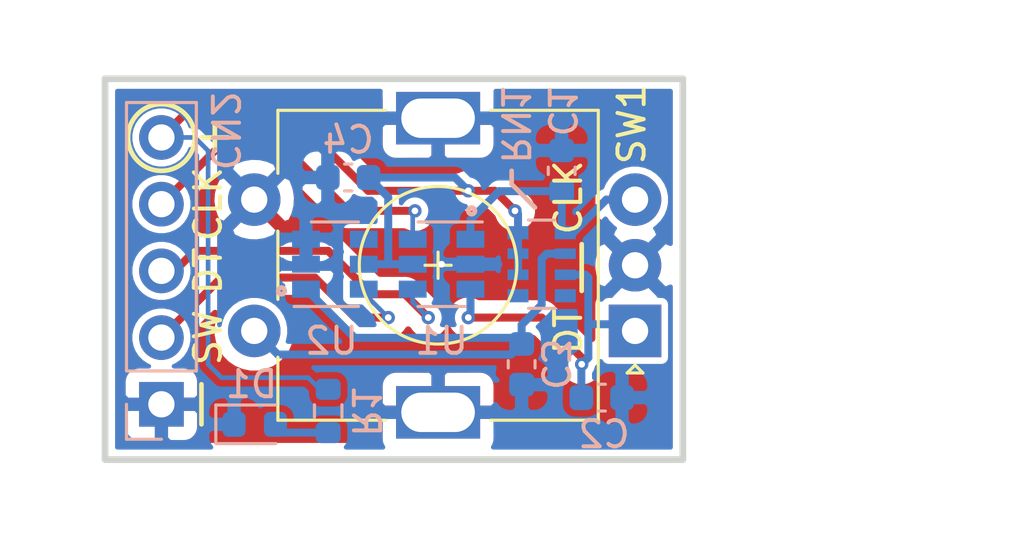
<source format=kicad_pcb>
(kicad_pcb (version 20171130) (host pcbnew "(5.1.10)-1")

  (general
    (thickness 1.6)
    (drawings 22)
    (tracks 94)
    (zones 0)
    (modules 11)
    (nets 13)
  )

  (page A4)
  (layers
    (0 F.Cu signal)
    (31 B.Cu signal)
    (34 B.Paste user hide)
    (35 F.Paste user hide)
    (36 B.SilkS user)
    (37 F.SilkS user)
    (38 B.Mask user hide)
    (39 F.Mask user)
    (40 Dwgs.User user hide)
    (44 Edge.Cuts user)
    (45 Margin user hide)
    (46 B.CrtYd user hide)
    (47 F.CrtYd user)
    (48 B.Fab user hide)
    (49 F.Fab user hide)
  )

  (setup
    (last_trace_width 0.1778)
    (user_trace_width 0.1778)
    (user_trace_width 0.3048)
    (trace_clearance 0.1778)
    (zone_clearance 0.254)
    (zone_45_only yes)
    (trace_min 0.1778)
    (via_size 0.508)
    (via_drill 0.254)
    (via_min_size 0.508)
    (via_min_drill 0.254)
    (uvia_size 0.508)
    (uvia_drill 0.254)
    (uvias_allowed no)
    (uvia_min_size 0.508)
    (uvia_min_drill 0.254)
    (edge_width 0.254)
    (segment_width 0.1778)
    (pcb_text_width 0.3)
    (pcb_text_size 1.5 1.5)
    (mod_edge_width 0.1778)
    (mod_text_size 1 1)
    (mod_text_width 0.15)
    (pad_size 3.200001 2)
    (pad_drill 2.799999)
    (pad_to_mask_clearance 0.0508)
    (solder_mask_min_width 0.101)
    (aux_axis_origin 0 0)
    (visible_elements 7EFDF77F)
    (pcbplotparams
      (layerselection 0x010fc_ffffffff)
      (usegerberextensions false)
      (usegerberattributes true)
      (usegerberadvancedattributes true)
      (creategerberjobfile true)
      (excludeedgelayer true)
      (linewidth 0.100000)
      (plotframeref false)
      (viasonmask false)
      (mode 1)
      (useauxorigin false)
      (hpglpennumber 1)
      (hpglpenspeed 20)
      (hpglpendiameter 15.000000)
      (psnegative false)
      (psa4output false)
      (plotreference true)
      (plotvalue true)
      (plotinvisibletext false)
      (padsonsilk false)
      (subtractmaskfromsilk false)
      (outputformat 1)
      (mirror false)
      (drillshape 1)
      (scaleselection 1)
      (outputdirectory ""))
  )

  (net 0 "")
  (net 1 DT)
  (net 2 "Net-(D1-Pad2)")
  (net 3 SWITCH)
  (net 4 DT_DEBOUNCED)
  (net 5 CLK_DEBOUNCED)
  (net 6 CLK)
  (net 7 "Net-(RN1-Pad5)")
  (net 8 GND)
  (net 9 VCC)
  (net 10 "Net-(U2-Pad4)")
  (net 11 SWITCH_DEBOUNCED)
  (net 12 "Net-(RN1-Pad4)")

  (net_class Default "This is the default net class."
    (clearance 0.1778)
    (trace_width 0.1778)
    (via_dia 0.508)
    (via_drill 0.254)
    (uvia_dia 0.508)
    (uvia_drill 0.254)
    (add_net CLK)
    (add_net CLK_DEBOUNCED)
    (add_net DT)
    (add_net DT_DEBOUNCED)
    (add_net GND)
    (add_net "Net-(D1-Pad2)")
    (add_net "Net-(RN1-Pad4)")
    (add_net "Net-(RN1-Pad5)")
    (add_net "Net-(U2-Pad4)")
    (add_net SWITCH)
    (add_net SWITCH_DEBOUNCED)
    (add_net VCC)
  )

  (net_class 2 ""
    (clearance 0.1778)
    (trace_width 0.3048)
    (via_dia 0.508)
    (via_drill 0.254)
    (uvia_dia 0.508)
    (uvia_drill 0.254)
  )

  (net_class Power ""
    (clearance 0.1778)
    (trace_width 0.3048)
    (via_dia 0.508)
    (via_drill 0.254)
    (uvia_dia 0.508)
    (uvia_drill 0.254)
  )

  (module Capacitor_SMD:C_0603_1608Metric (layer B.Cu) (tedit 5F68FEEE) (tstamp 6130A0CA)
    (at 168.91 104.14)
    (descr "Capacitor SMD 0603 (1608 Metric), square (rectangular) end terminal, IPC_7351 nominal, (Body size source: IPC-SM-782 page 76, https://www.pcb-3d.com/wordpress/wp-content/uploads/ipc-sm-782a_amendment_1_and_2.pdf), generated with kicad-footprint-generator")
    (tags capacitor)
    (path /6133B0FF)
    (attr smd)
    (fp_text reference C2 (at 0.09 1.397 unlocked) (layer B.SilkS)
      (effects (font (size 1 1) (thickness 0.15)) (justify mirror))
    )
    (fp_text value 1uF (at 0 -1.43) (layer B.Fab)
      (effects (font (size 1 1) (thickness 0.15)) (justify mirror))
    )
    (fp_line (start 1.48 -0.73) (end -1.48 -0.73) (layer B.CrtYd) (width 0.05))
    (fp_line (start 1.48 0.73) (end 1.48 -0.73) (layer B.CrtYd) (width 0.05))
    (fp_line (start -1.48 0.73) (end 1.48 0.73) (layer B.CrtYd) (width 0.05))
    (fp_line (start -1.48 -0.73) (end -1.48 0.73) (layer B.CrtYd) (width 0.05))
    (fp_line (start -0.14058 -0.51) (end 0.14058 -0.51) (layer B.SilkS) (width 0.12))
    (fp_line (start -0.14058 0.51) (end 0.14058 0.51) (layer B.SilkS) (width 0.12))
    (fp_line (start 0.8 -0.4) (end -0.8 -0.4) (layer B.Fab) (width 0.1))
    (fp_line (start 0.8 0.4) (end 0.8 -0.4) (layer B.Fab) (width 0.1))
    (fp_line (start -0.8 0.4) (end 0.8 0.4) (layer B.Fab) (width 0.1))
    (fp_line (start -0.8 -0.4) (end -0.8 0.4) (layer B.Fab) (width 0.1))
    (fp_text user %R (at 0 0) (layer B.Fab)
      (effects (font (size 0.4 0.4) (thickness 0.06)) (justify mirror))
    )
    (pad 2 smd roundrect (at 0.775 0) (size 0.9 0.95) (layers B.Cu B.Paste B.Mask) (roundrect_rratio 0.25)
      (net 8 GND))
    (pad 1 smd roundrect (at -0.775 0) (size 0.9 0.95) (layers B.Cu B.Paste B.Mask) (roundrect_rratio 0.25)
      (net 1 DT))
    (model ${KISYS3DMOD}/Capacitor_SMD.3dshapes/C_0603_1608Metric.wrl
      (at (xyz 0 0 0))
      (scale (xyz 1 1 1))
      (rotate (xyz 0 0 0))
    )
  )

  (module Capacitor_SMD:C_0603_1608Metric (layer B.Cu) (tedit 5F68FEEE) (tstamp 613517D6)
    (at 165.862 102.87 270)
    (descr "Capacitor SMD 0603 (1608 Metric), square (rectangular) end terminal, IPC_7351 nominal, (Body size source: IPC-SM-782 page 76, https://www.pcb-3d.com/wordpress/wp-content/uploads/ipc-sm-782a_amendment_1_and_2.pdf), generated with kicad-footprint-generator")
    (tags capacitor)
    (path /61340374)
    (attr smd)
    (fp_text reference C3 (at 0 -1.27 270 unlocked) (layer B.SilkS)
      (effects (font (size 1 1) (thickness 0.15)) (justify mirror))
    )
    (fp_text value 1uF (at 0 -1.43 90) (layer B.Fab)
      (effects (font (size 1 1) (thickness 0.15)) (justify mirror))
    )
    (fp_line (start 1.48 -0.73) (end -1.48 -0.73) (layer B.CrtYd) (width 0.05))
    (fp_line (start 1.48 0.73) (end 1.48 -0.73) (layer B.CrtYd) (width 0.05))
    (fp_line (start -1.48 0.73) (end 1.48 0.73) (layer B.CrtYd) (width 0.05))
    (fp_line (start -1.48 -0.73) (end -1.48 0.73) (layer B.CrtYd) (width 0.05))
    (fp_line (start -0.14058 -0.51) (end 0.14058 -0.51) (layer B.SilkS) (width 0.12))
    (fp_line (start -0.14058 0.51) (end 0.14058 0.51) (layer B.SilkS) (width 0.12))
    (fp_line (start 0.8 -0.4) (end -0.8 -0.4) (layer B.Fab) (width 0.1))
    (fp_line (start 0.8 0.4) (end 0.8 -0.4) (layer B.Fab) (width 0.1))
    (fp_line (start -0.8 0.4) (end 0.8 0.4) (layer B.Fab) (width 0.1))
    (fp_line (start -0.8 -0.4) (end -0.8 0.4) (layer B.Fab) (width 0.1))
    (fp_text user %R (at 0 0 90) (layer B.Fab)
      (effects (font (size 0.4 0.4) (thickness 0.06)) (justify mirror))
    )
    (pad 2 smd roundrect (at 0.775 0 270) (size 0.9 0.95) (layers B.Cu B.Paste B.Mask) (roundrect_rratio 0.25)
      (net 8 GND))
    (pad 1 smd roundrect (at -0.775 0 270) (size 0.9 0.95) (layers B.Cu B.Paste B.Mask) (roundrect_rratio 0.25)
      (net 3 SWITCH))
    (model ${KISYS3DMOD}/Capacitor_SMD.3dshapes/C_0603_1608Metric.wrl
      (at (xyz 0 0 0))
      (scale (xyz 1 1 1))
      (rotate (xyz 0 0 0))
    )
  )

  (module Rotary_Encoder:RotaryEncoder_Alps_EC11E-Switch_Vertical_H20mm (layer F.Cu) (tedit 6134206D) (tstamp 613441A8)
    (at 170.18 101.6 180)
    (descr "Alps rotary encoder, EC12E... with switch, vertical shaft, http://www.alps.com/prod/info/E/HTML/Encoder/Incremental/EC11/EC11E15204A3.html")
    (tags "rotary encoder")
    (path /61308CB6)
    (fp_text reference SW1 (at 0.127 7.874 90) (layer F.SilkS)
      (effects (font (size 1 1) (thickness 0.15)))
    )
    (fp_text value Rotary_Encoder_Switch (at 7.5 10.4) (layer F.Fab)
      (effects (font (size 1 1) (thickness 0.15)))
    )
    (fp_line (start 7 2.5) (end 8 2.5) (layer F.SilkS) (width 0.12))
    (fp_line (start 7.5 2) (end 7.5 3) (layer F.SilkS) (width 0.12))
    (fp_line (start 13.6 6) (end 13.6 8.4) (layer F.SilkS) (width 0.12))
    (fp_line (start 13.6 1.2) (end 13.6 3.8) (layer F.SilkS) (width 0.12))
    (fp_line (start 13.6 -3.4) (end 13.6 -1) (layer F.SilkS) (width 0.12))
    (fp_line (start 4.5 2.5) (end 10.5 2.5) (layer F.Fab) (width 0.12))
    (fp_line (start 7.5 -0.5) (end 7.5 5.5) (layer F.Fab) (width 0.12))
    (fp_line (start 0.3 -1.6) (end 0 -1.3) (layer F.SilkS) (width 0.12))
    (fp_line (start -0.3 -1.6) (end 0.3 -1.6) (layer F.SilkS) (width 0.12))
    (fp_line (start 0 -1.3) (end -0.3 -1.6) (layer F.SilkS) (width 0.12))
    (fp_line (start 1.4 -3.4) (end 1.4 8.4) (layer F.SilkS) (width 0.12))
    (fp_line (start 5.5 -3.4) (end 1.4 -3.4) (layer F.SilkS) (width 0.12))
    (fp_line (start 5.5 8.4) (end 1.4 8.4) (layer F.SilkS) (width 0.12))
    (fp_line (start 13.6 8.4) (end 9.5 8.4) (layer F.SilkS) (width 0.12))
    (fp_line (start 9.5 -3.4) (end 13.6 -3.4) (layer F.SilkS) (width 0.12))
    (fp_line (start 1.5 -2.2) (end 2.5 -3.3) (layer F.Fab) (width 0.12))
    (fp_line (start 1.5 8.3) (end 1.5 -2.2) (layer F.Fab) (width 0.12))
    (fp_line (start 13.5 8.3) (end 1.5 8.3) (layer F.Fab) (width 0.12))
    (fp_line (start 13.5 -3.3) (end 13.5 8.3) (layer F.Fab) (width 0.12))
    (fp_line (start 2.5 -3.3) (end 13.5 -3.3) (layer F.Fab) (width 0.12))
    (fp_line (start -1.5 -4.6) (end 16 -4.6) (layer F.CrtYd) (width 0.05))
    (fp_line (start -1.5 -4.6) (end -1.5 9.6) (layer F.CrtYd) (width 0.05))
    (fp_line (start 16 9.6) (end 16 -4.6) (layer F.CrtYd) (width 0.05))
    (fp_line (start 16 9.6) (end -1.5 9.6) (layer F.CrtYd) (width 0.05))
    (fp_circle (center 7.5 2.5) (end 10.5 2.5) (layer F.SilkS) (width 0.12))
    (fp_circle (center 7.5 2.5) (end 10.5 2.5) (layer F.Fab) (width 0.12))
    (fp_text user %R (at 11.1 6.3) (layer F.Fab)
      (effects (font (size 1 1) (thickness 0.15)))
    )
    (pad S1 thru_hole circle (at 14.5 5 180) (size 2 2) (drill 1) (layers *.Cu *.Mask)
      (net 8 GND))
    (pad S2 thru_hole circle (at 14.5 0 180) (size 2 2) (drill 1) (layers *.Cu *.Mask)
      (net 3 SWITCH))
    (pad S1 thru_hole rect (at 7.5 8.1 180) (size 3.200001 2) (drill oval 2.799999 1.5) (layers *.Cu *.Mask)
      (net 8 GND))
    (pad S1 thru_hole rect (at 7.5 -3.1 180) (size 3.200001 2) (drill oval 2.799999 1.5) (layers *.Cu *.Mask)
      (net 8 GND))
    (pad B thru_hole circle (at 0 5 180) (size 2 2) (drill 1) (layers *.Cu *.Mask)
      (net 6 CLK))
    (pad C thru_hole circle (at 0 2.5 180) (size 2 2) (drill 1) (layers *.Cu *.Mask)
      (net 8 GND))
    (pad A thru_hole rect (at 0 0 180) (size 2 2) (drill 1) (layers *.Cu *.Mask)
      (net 1 DT))
    (model ${KISYS3DMOD}/Rotary_Encoder.3dshapes/RotaryEncoder_Alps_EC11E-Switch_Vertical_H20mm.wrl
      (at (xyz 0 0 0))
      (scale (xyz 1 1 1))
      (rotate (xyz 0 0 0))
    )
    (model "G:/-- SSFD/Classes/KiCAD/3D Models/Rotary Encoder"
      (offset (xyz 1.27 3.556 0))
      (scale (xyz 1 1 1))
      (rotate (xyz 90 0 0))
    )
    (model "G:/-- SSFD/Classes/KiCAD/3D Models/SSFD - EC11E-15SW_color_fixed.STEP"
      (offset (xyz 7.62 -2.54 3.81))
      (scale (xyz 1 1 1))
      (rotate (xyz 180 0 -90))
    )
    (model "G:/-- SSFD/Classes/KiCAD/3D Models/EC11E-15SW_color_fixed.STEP"
      (offset (xyz 7.62 -2.54 3.81))
      (scale (xyz 1 1 1))
      (rotate (xyz 180 0 -90))
    )
  )

  (module Resistor_SMD:R_Array_Convex_4x0603 (layer B.Cu) (tedit 58E0A8B2) (tstamp 6134289F)
    (at 166.624 99.06 180)
    (descr "Chip Resistor Network, ROHM MNR14 (see mnr_g.pdf)")
    (tags "resistor array")
    (path /61385B24)
    (attr smd)
    (fp_text reference RN1 (at 1.016 5.334 270 unlocked) (layer B.SilkS)
      (effects (font (size 1 1) (thickness 0.15)) (justify mirror))
    )
    (fp_text value R_Pack04_Split (at 0 -2.8) (layer B.Fab)
      (effects (font (size 1 1) (thickness 0.15)) (justify mirror))
    )
    (fp_line (start 1.55 -1.85) (end -1.55 -1.85) (layer B.CrtYd) (width 0.05))
    (fp_line (start 1.55 -1.85) (end 1.55 1.85) (layer B.CrtYd) (width 0.05))
    (fp_line (start -1.55 1.85) (end -1.55 -1.85) (layer B.CrtYd) (width 0.05))
    (fp_line (start -1.55 1.85) (end 1.55 1.85) (layer B.CrtYd) (width 0.05))
    (fp_line (start 0.5 1.68) (end -0.5 1.68) (layer B.SilkS) (width 0.12))
    (fp_line (start 0.5 -1.68) (end -0.5 -1.68) (layer B.SilkS) (width 0.12))
    (fp_line (start -0.8 -1.6) (end -0.8 1.6) (layer B.Fab) (width 0.1))
    (fp_line (start 0.8 -1.6) (end -0.8 -1.6) (layer B.Fab) (width 0.1))
    (fp_line (start 0.8 1.6) (end 0.8 -1.6) (layer B.Fab) (width 0.1))
    (fp_line (start -0.8 1.6) (end 0.8 1.6) (layer B.Fab) (width 0.1))
    (fp_text user %R (at 0 0 -90) (layer B.Fab)
      (effects (font (size 0.5 0.5) (thickness 0.075)) (justify mirror))
    )
    (pad 5 smd rect (at 0.9 -1.2 180) (size 0.8 0.5) (layers B.Cu B.Paste B.Mask)
      (net 7 "Net-(RN1-Pad5)"))
    (pad 6 smd rect (at 0.9 -0.4 180) (size 0.8 0.4) (layers B.Cu B.Paste B.Mask)
      (net 9 VCC))
    (pad 8 smd rect (at 0.9 1.2 180) (size 0.8 0.5) (layers B.Cu B.Paste B.Mask)
      (net 9 VCC))
    (pad 7 smd rect (at 0.9 0.4 180) (size 0.8 0.4) (layers B.Cu B.Paste B.Mask)
      (net 9 VCC))
    (pad 4 smd rect (at -0.9 -1.2 180) (size 0.8 0.5) (layers B.Cu B.Paste B.Mask)
      (net 12 "Net-(RN1-Pad4)"))
    (pad 2 smd rect (at -0.9 0.4 180) (size 0.8 0.4) (layers B.Cu B.Paste B.Mask)
      (net 3 SWITCH))
    (pad 3 smd rect (at -0.9 -0.4 180) (size 0.8 0.4) (layers B.Cu B.Paste B.Mask)
      (net 1 DT))
    (pad 1 smd rect (at -0.9 1.2 180) (size 0.8 0.5) (layers B.Cu B.Paste B.Mask)
      (net 6 CLK))
    (model ${KISYS3DMOD}/Resistor_SMD.3dshapes/R_Array_Convex_4x0603.wrl
      (at (xyz 0 0 0))
      (scale (xyz 1 1 1))
      (rotate (xyz 0 0 0))
    )
  )

  (module Package_TO_SOT_SMD:SOT-23-6 (layer B.Cu) (tedit 5A02FF57) (tstamp 61340F26)
    (at 158.75 99.06)
    (descr "6-pin SOT-23 package")
    (tags SOT-23-6)
    (path /6130E842)
    (attr smd)
    (fp_text reference U2 (at -0.127 2.921 unlocked) (layer B.SilkS)
      (effects (font (size 1 1) (thickness 0.15)) (justify mirror))
    )
    (fp_text value 74HC14 (at 0 -2.9 180) (layer B.Fab)
      (effects (font (size 1 1) (thickness 0.15)) (justify mirror))
    )
    (fp_line (start 0.9 1.55) (end 0.9 -1.55) (layer B.Fab) (width 0.1))
    (fp_line (start 0.9 -1.55) (end -0.9 -1.55) (layer B.Fab) (width 0.1))
    (fp_line (start -0.9 0.9) (end -0.9 -1.55) (layer B.Fab) (width 0.1))
    (fp_line (start 0.9 1.55) (end -0.25 1.55) (layer B.Fab) (width 0.1))
    (fp_line (start -0.9 0.9) (end -0.25 1.55) (layer B.Fab) (width 0.1))
    (fp_line (start -1.9 1.8) (end -1.9 -1.8) (layer B.CrtYd) (width 0.05))
    (fp_line (start -1.9 -1.8) (end 1.9 -1.8) (layer B.CrtYd) (width 0.05))
    (fp_line (start 1.9 -1.8) (end 1.9 1.8) (layer B.CrtYd) (width 0.05))
    (fp_line (start 1.9 1.8) (end -1.9 1.8) (layer B.CrtYd) (width 0.05))
    (fp_line (start 0.9 1.61) (end -1.55 1.61) (layer B.SilkS) (width 0.12))
    (fp_line (start -0.9 -1.61) (end 0.9 -1.61) (layer B.SilkS) (width 0.12))
    (fp_text user %R (at 0 0 -270) (layer B.Fab)
      (effects (font (size 0.5 0.5) (thickness 0.075)) (justify mirror))
    )
    (pad 5 smd rect (at 1.1 0) (size 1.06 0.65) (layers B.Cu B.Paste B.Mask)
      (net 9 VCC))
    (pad 6 smd rect (at 1.1 0.95) (size 1.06 0.65) (layers B.Cu B.Paste B.Mask)
      (net 11 SWITCH_DEBOUNCED))
    (pad 4 smd rect (at 1.1 -0.95) (size 1.06 0.65) (layers B.Cu B.Paste B.Mask)
      (net 10 "Net-(U2-Pad4)"))
    (pad 3 smd rect (at -1.1 -0.95) (size 1.06 0.65) (layers B.Cu B.Paste B.Mask)
      (net 8 GND))
    (pad 2 smd rect (at -1.1 0) (size 1.06 0.65) (layers B.Cu B.Paste B.Mask)
      (net 8 GND))
    (pad 1 smd rect (at -1.1 0.95) (size 1.06 0.65) (layers B.Cu B.Paste B.Mask)
      (net 3 SWITCH))
    (model ${KISYS3DMOD}/Package_TO_SOT_SMD.3dshapes/SOT-23-6.wrl
      (at (xyz 0 0 0))
      (scale (xyz 1 1 1))
      (rotate (xyz 0 0 0))
    )
  )

  (module Package_TO_SOT_SMD:SOT-23-6 (layer B.Cu) (tedit 5A02FF57) (tstamp 61340F10)
    (at 162.814 99.06 180)
    (descr "6-pin SOT-23 package")
    (tags SOT-23-6)
    (path /6130BB76)
    (attr smd)
    (fp_text reference U1 (at 0 -2.921 unlocked) (layer B.SilkS)
      (effects (font (size 1 1) (thickness 0.15)) (justify mirror))
    )
    (fp_text value 74HC14 (at 0 -2.9) (layer B.Fab)
      (effects (font (size 1 1) (thickness 0.15)) (justify mirror))
    )
    (fp_line (start 0.9 1.55) (end 0.9 -1.55) (layer B.Fab) (width 0.1))
    (fp_line (start 0.9 -1.55) (end -0.9 -1.55) (layer B.Fab) (width 0.1))
    (fp_line (start -0.9 0.9) (end -0.9 -1.55) (layer B.Fab) (width 0.1))
    (fp_line (start 0.9 1.55) (end -0.25 1.55) (layer B.Fab) (width 0.1))
    (fp_line (start -0.9 0.9) (end -0.25 1.55) (layer B.Fab) (width 0.1))
    (fp_line (start -1.9 1.8) (end -1.9 -1.8) (layer B.CrtYd) (width 0.05))
    (fp_line (start -1.9 -1.8) (end 1.9 -1.8) (layer B.CrtYd) (width 0.05))
    (fp_line (start 1.9 -1.8) (end 1.9 1.8) (layer B.CrtYd) (width 0.05))
    (fp_line (start 1.9 1.8) (end -1.9 1.8) (layer B.CrtYd) (width 0.05))
    (fp_line (start 0.9 1.61) (end -1.55 1.61) (layer B.SilkS) (width 0.12))
    (fp_line (start -0.9 -1.61) (end 0.9 -1.61) (layer B.SilkS) (width 0.12))
    (fp_text user %R (at 0 0 270) (layer B.Fab)
      (effects (font (size 0.5 0.5) (thickness 0.075)) (justify mirror))
    )
    (pad 5 smd rect (at 1.1 0 180) (size 1.06 0.65) (layers B.Cu B.Paste B.Mask)
      (net 9 VCC))
    (pad 6 smd rect (at 1.1 0.95 180) (size 1.06 0.65) (layers B.Cu B.Paste B.Mask)
      (net 5 CLK_DEBOUNCED))
    (pad 4 smd rect (at 1.1 -0.95 180) (size 1.06 0.65) (layers B.Cu B.Paste B.Mask)
      (net 4 DT_DEBOUNCED))
    (pad 3 smd rect (at -1.1 -0.95 180) (size 1.06 0.65) (layers B.Cu B.Paste B.Mask)
      (net 1 DT))
    (pad 2 smd rect (at -1.1 0 180) (size 1.06 0.65) (layers B.Cu B.Paste B.Mask)
      (net 8 GND))
    (pad 1 smd rect (at -1.1 0.95 180) (size 1.06 0.65) (layers B.Cu B.Paste B.Mask)
      (net 6 CLK))
    (model ${KISYS3DMOD}/Package_TO_SOT_SMD.3dshapes/SOT-23-6.wrl
      (at (xyz 0 0 0))
      (scale (xyz 1 1 1))
      (rotate (xyz 0 0 0))
    )
  )

  (module Capacitor_SMD:C_0603_1608Metric (layer B.Cu) (tedit 5F68FEEE) (tstamp 6130AFB2)
    (at 159.258 95.758 180)
    (descr "Capacitor SMD 0603 (1608 Metric), square (rectangular) end terminal, IPC_7351 nominal, (Body size source: IPC-SM-782 page 76, https://www.pcb-3d.com/wordpress/wp-content/uploads/ipc-sm-782a_amendment_1_and_2.pdf), generated with kicad-footprint-generator")
    (tags capacitor)
    (path /613644C3)
    (attr smd)
    (fp_text reference C4 (at 0 1.43 unlocked) (layer B.SilkS)
      (effects (font (size 1 1) (thickness 0.15)) (justify mirror))
    )
    (fp_text value 1uF (at 0 -1.43) (layer B.Fab)
      (effects (font (size 1 1) (thickness 0.15)) (justify mirror))
    )
    (fp_line (start 1.48 -0.73) (end -1.48 -0.73) (layer B.CrtYd) (width 0.05))
    (fp_line (start 1.48 0.73) (end 1.48 -0.73) (layer B.CrtYd) (width 0.05))
    (fp_line (start -1.48 0.73) (end 1.48 0.73) (layer B.CrtYd) (width 0.05))
    (fp_line (start -1.48 -0.73) (end -1.48 0.73) (layer B.CrtYd) (width 0.05))
    (fp_line (start -0.14058 -0.51) (end 0.14058 -0.51) (layer B.SilkS) (width 0.12))
    (fp_line (start -0.14058 0.51) (end 0.14058 0.51) (layer B.SilkS) (width 0.12))
    (fp_line (start 0.8 -0.4) (end -0.8 -0.4) (layer B.Fab) (width 0.1))
    (fp_line (start 0.8 0.4) (end 0.8 -0.4) (layer B.Fab) (width 0.1))
    (fp_line (start -0.8 0.4) (end 0.8 0.4) (layer B.Fab) (width 0.1))
    (fp_line (start -0.8 -0.4) (end -0.8 0.4) (layer B.Fab) (width 0.1))
    (fp_text user %R (at 0 0) (layer B.Fab)
      (effects (font (size 0.4 0.4) (thickness 0.06)) (justify mirror))
    )
    (pad 2 smd roundrect (at 0.775 0 180) (size 0.9 0.95) (layers B.Cu B.Paste B.Mask) (roundrect_rratio 0.25)
      (net 8 GND))
    (pad 1 smd roundrect (at -0.775 0 180) (size 0.9 0.95) (layers B.Cu B.Paste B.Mask) (roundrect_rratio 0.25)
      (net 9 VCC))
    (model ${KISYS3DMOD}/Capacitor_SMD.3dshapes/C_0603_1608Metric.wrl
      (at (xyz 0 0 0))
      (scale (xyz 1 1 1))
      (rotate (xyz 0 0 0))
    )
  )

  (module Capacitor_SMD:C_0603_1608Metric (layer B.Cu) (tedit 5F68FEEE) (tstamp 6130AF70)
    (at 167.386 95.504 90)
    (descr "Capacitor SMD 0603 (1608 Metric), square (rectangular) end terminal, IPC_7351 nominal, (Body size source: IPC-SM-782 page 76, https://www.pcb-3d.com/wordpress/wp-content/uploads/ipc-sm-782a_amendment_1_and_2.pdf), generated with kicad-footprint-generator")
    (tags capacitor)
    (path /6132F8A6)
    (attr smd)
    (fp_text reference C1 (at 2.286 0 270 unlocked) (layer B.SilkS)
      (effects (font (size 1 1) (thickness 0.15)) (justify mirror))
    )
    (fp_text value 1uF (at 0 -1.43 90) (layer B.Fab)
      (effects (font (size 1 1) (thickness 0.15)) (justify mirror))
    )
    (fp_line (start 1.48 -0.73) (end -1.48 -0.73) (layer B.CrtYd) (width 0.05))
    (fp_line (start 1.48 0.73) (end 1.48 -0.73) (layer B.CrtYd) (width 0.05))
    (fp_line (start -1.48 0.73) (end 1.48 0.73) (layer B.CrtYd) (width 0.05))
    (fp_line (start -1.48 -0.73) (end -1.48 0.73) (layer B.CrtYd) (width 0.05))
    (fp_line (start -0.14058 -0.51) (end 0.14058 -0.51) (layer B.SilkS) (width 0.12))
    (fp_line (start -0.14058 0.51) (end 0.14058 0.51) (layer B.SilkS) (width 0.12))
    (fp_line (start 0.8 -0.4) (end -0.8 -0.4) (layer B.Fab) (width 0.1))
    (fp_line (start 0.8 0.4) (end 0.8 -0.4) (layer B.Fab) (width 0.1))
    (fp_line (start -0.8 0.4) (end 0.8 0.4) (layer B.Fab) (width 0.1))
    (fp_line (start -0.8 -0.4) (end -0.8 0.4) (layer B.Fab) (width 0.1))
    (fp_text user %R (at 0 0 90) (layer B.Fab)
      (effects (font (size 0.4 0.4) (thickness 0.06)) (justify mirror))
    )
    (pad 2 smd roundrect (at 0.775 0 90) (size 0.9 0.95) (layers B.Cu B.Paste B.Mask) (roundrect_rratio 0.25)
      (net 8 GND))
    (pad 1 smd roundrect (at -0.775 0 90) (size 0.9 0.95) (layers B.Cu B.Paste B.Mask) (roundrect_rratio 0.25)
      (net 6 CLK))
    (model ${KISYS3DMOD}/Capacitor_SMD.3dshapes/C_0603_1608Metric.wrl
      (at (xyz 0 0 0))
      (scale (xyz 1 1 1))
      (rotate (xyz 0 0 0))
    )
  )

  (module Connector_PinHeader_2.54mm:PinHeader_1x05_P2.54mm_Vertical (layer B.Cu) (tedit 59FED5CC) (tstamp 61343EF7)
    (at 152.146 104.394)
    (descr "Through hole straight pin header, 1x05, 2.54mm pitch, single row")
    (tags "Through hole pin header THT 1x05 2.54mm single row")
    (path /61344F5A)
    (fp_text reference CN2 (at 2.413 -10.414 270 unlocked) (layer B.SilkS)
      (effects (font (size 1 1) (thickness 0.15)) (justify mirror))
    )
    (fp_text value Conn_01x05 (at 0 -12.49) (layer B.Fab)
      (effects (font (size 1 1) (thickness 0.15)) (justify mirror))
    )
    (fp_line (start -0.635 1.27) (end 1.27 1.27) (layer B.Fab) (width 0.1))
    (fp_line (start 1.27 1.27) (end 1.27 -11.43) (layer B.Fab) (width 0.1))
    (fp_line (start 1.27 -11.43) (end -1.27 -11.43) (layer B.Fab) (width 0.1))
    (fp_line (start -1.27 -11.43) (end -1.27 0.635) (layer B.Fab) (width 0.1))
    (fp_line (start -1.27 0.635) (end -0.635 1.27) (layer B.Fab) (width 0.1))
    (fp_line (start -1.33 -11.49) (end 1.33 -11.49) (layer B.SilkS) (width 0.12))
    (fp_line (start -1.33 -1.27) (end -1.33 -11.49) (layer B.SilkS) (width 0.12))
    (fp_line (start 1.33 -1.27) (end 1.33 -11.49) (layer B.SilkS) (width 0.12))
    (fp_line (start -1.33 -1.27) (end 1.33 -1.27) (layer B.SilkS) (width 0.12))
    (fp_line (start -1.33 0) (end -1.33 1.33) (layer B.SilkS) (width 0.12))
    (fp_line (start -1.33 1.33) (end 0 1.33) (layer B.SilkS) (width 0.12))
    (fp_line (start -1.8 1.8) (end -1.8 -11.95) (layer B.CrtYd) (width 0.05))
    (fp_line (start -1.8 -11.95) (end 1.8 -11.95) (layer B.CrtYd) (width 0.05))
    (fp_line (start 1.8 -11.95) (end 1.8 1.8) (layer B.CrtYd) (width 0.05))
    (fp_line (start 1.8 1.8) (end -1.8 1.8) (layer B.CrtYd) (width 0.05))
    (fp_text user %R (at 0 -5.08 -90) (layer B.Fab)
      (effects (font (size 1 1) (thickness 0.15)) (justify mirror))
    )
    (pad 1 thru_hole rect (at 0 0) (size 1.7 1.7) (drill 1) (layers *.Cu *.Mask)
      (net 8 GND))
    (pad 2 thru_hole oval (at 0 -2.54) (size 1.7 1.7) (drill 1) (layers *.Cu *.Mask)
      (net 11 SWITCH_DEBOUNCED))
    (pad 3 thru_hole oval (at 0 -5.08) (size 1.7 1.7) (drill 1) (layers *.Cu *.Mask)
      (net 4 DT_DEBOUNCED))
    (pad 4 thru_hole oval (at 0 -7.62) (size 1.7 1.7) (drill 1) (layers *.Cu *.Mask)
      (net 5 CLK_DEBOUNCED))
    (pad 5 thru_hole oval (at 0 -10.16) (size 1.7 1.7) (drill 1) (layers *.Cu *.Mask)
      (net 9 VCC))
    (model ${KISYS3DMOD}/Connector_PinHeader_2.54mm.3dshapes/PinHeader_1x05_P2.54mm_Vertical.wrl
      (at (xyz 0 0 0))
      (scale (xyz 1 1 1))
      (rotate (xyz 0 0 0))
    )
  )

  (module Resistor_SMD:R_0603_1608Metric (layer B.Cu) (tedit 5F68FEEE) (tstamp 6130A107)
    (at 158.496 104.648 90)
    (descr "Resistor SMD 0603 (1608 Metric), square (rectangular) end terminal, IPC_7351 nominal, (Body size source: IPC-SM-782 page 72, https://www.pcb-3d.com/wordpress/wp-content/uploads/ipc-sm-782a_amendment_1_and_2.pdf), generated with kicad-footprint-generator")
    (tags resistor)
    (path /61350DDB)
    (attr smd)
    (fp_text reference R1 (at 0 1.43 270 unlocked) (layer B.SilkS)
      (effects (font (size 1 1) (thickness 0.15)) (justify mirror))
    )
    (fp_text value 10k (at 0 -1.43 90) (layer B.Fab)
      (effects (font (size 1 1) (thickness 0.15)) (justify mirror))
    )
    (fp_line (start 1.48 -0.73) (end -1.48 -0.73) (layer B.CrtYd) (width 0.05))
    (fp_line (start 1.48 0.73) (end 1.48 -0.73) (layer B.CrtYd) (width 0.05))
    (fp_line (start -1.48 0.73) (end 1.48 0.73) (layer B.CrtYd) (width 0.05))
    (fp_line (start -1.48 -0.73) (end -1.48 0.73) (layer B.CrtYd) (width 0.05))
    (fp_line (start -0.237258 -0.5225) (end 0.237258 -0.5225) (layer B.SilkS) (width 0.12))
    (fp_line (start -0.237258 0.5225) (end 0.237258 0.5225) (layer B.SilkS) (width 0.12))
    (fp_line (start 0.8 -0.4125) (end -0.8 -0.4125) (layer B.Fab) (width 0.1))
    (fp_line (start 0.8 0.4125) (end 0.8 -0.4125) (layer B.Fab) (width 0.1))
    (fp_line (start -0.8 0.4125) (end 0.8 0.4125) (layer B.Fab) (width 0.1))
    (fp_line (start -0.8 -0.4125) (end -0.8 0.4125) (layer B.Fab) (width 0.1))
    (fp_text user %R (at 0 0 90) (layer B.Fab)
      (effects (font (size 0.4 0.4) (thickness 0.06)) (justify mirror))
    )
    (pad 2 smd roundrect (at 0.825 0 90) (size 0.8 0.95) (layers B.Cu B.Paste B.Mask) (roundrect_rratio 0.25)
      (net 9 VCC))
    (pad 1 smd roundrect (at -0.825 0 90) (size 0.8 0.95) (layers B.Cu B.Paste B.Mask) (roundrect_rratio 0.25)
      (net 2 "Net-(D1-Pad2)"))
    (model ${KISYS3DMOD}/Resistor_SMD.3dshapes/R_0603_1608Metric.wrl
      (at (xyz 0 0 0))
      (scale (xyz 1 1 1))
      (rotate (xyz 0 0 0))
    )
  )

  (module LED_SMD:LED_0603_1608Metric (layer B.Cu) (tedit 5F68FEF1) (tstamp 6134E4EB)
    (at 155.702 105.156)
    (descr "LED SMD 0603 (1608 Metric), square (rectangular) end terminal, IPC_7351 nominal, (Body size source: http://www.tortai-tech.com/upload/download/2011102023233369053.pdf), generated with kicad-footprint-generator")
    (tags LED)
    (path /613523BE)
    (attr smd)
    (fp_text reference D1 (at -0.127 -1.524 unlocked) (layer B.SilkS)
      (effects (font (size 1 1) (thickness 0.15)) (justify mirror))
    )
    (fp_text value LED (at 0 -1.43) (layer B.Fab)
      (effects (font (size 1 1) (thickness 0.15)) (justify mirror))
    )
    (fp_line (start 1.48 -0.73) (end -1.48 -0.73) (layer B.CrtYd) (width 0.05))
    (fp_line (start 1.48 0.73) (end 1.48 -0.73) (layer B.CrtYd) (width 0.05))
    (fp_line (start -1.48 0.73) (end 1.48 0.73) (layer B.CrtYd) (width 0.05))
    (fp_line (start -1.48 -0.73) (end -1.48 0.73) (layer B.CrtYd) (width 0.05))
    (fp_line (start -1.485 -0.735) (end 0.8 -0.735) (layer B.SilkS) (width 0.12))
    (fp_line (start -1.485 0.735) (end -1.485 -0.735) (layer B.SilkS) (width 0.12))
    (fp_line (start 0.8 0.735) (end -1.485 0.735) (layer B.SilkS) (width 0.12))
    (fp_line (start 0.8 -0.4) (end 0.8 0.4) (layer B.Fab) (width 0.1))
    (fp_line (start -0.8 -0.4) (end 0.8 -0.4) (layer B.Fab) (width 0.1))
    (fp_line (start -0.8 0.1) (end -0.8 -0.4) (layer B.Fab) (width 0.1))
    (fp_line (start -0.5 0.4) (end -0.8 0.1) (layer B.Fab) (width 0.1))
    (fp_line (start 0.8 0.4) (end -0.5 0.4) (layer B.Fab) (width 0.1))
    (fp_text user %R (at 0 0) (layer B.Fab)
      (effects (font (size 0.4 0.4) (thickness 0.06)) (justify mirror))
    )
    (pad 2 smd roundrect (at 0.7875 0) (size 0.875 0.95) (layers B.Cu B.Paste B.Mask) (roundrect_rratio 0.25)
      (net 2 "Net-(D1-Pad2)"))
    (pad 1 smd roundrect (at -0.7875 0) (size 0.875 0.95) (layers B.Cu B.Paste B.Mask) (roundrect_rratio 0.25)
      (net 8 GND))
    (model ${KISYS3DMOD}/LED_SMD.3dshapes/LED_0603_1608Metric.wrl
      (at (xyz 0 0 0))
      (scale (xyz 1 1 1))
      (rotate (xyz 0 0 0))
    )
  )

  (gr_line (start 172 92) (end 172 106.5) (layer Edge.Cuts) (width 0.254) (tstamp 61359094))
  (gr_line (start 151 92) (end 172 92) (layer Edge.Cuts) (width 0.254))
  (gr_line (start 150 106.5) (end 172 106.5) (layer Edge.Cuts) (width 0.254))
  (gr_circle (center 163.957 97.028) (end 163.957 96.901) (layer B.SilkS) (width 0.1778))
  (gr_circle (center 156.718 100.076) (end 156.718 99.949) (layer B.SilkS) (width 0.1778))
  (gr_line (start 168.148 98.298) (end 168.148 100.076) (layer F.SilkS) (width 0.1778))
  (gr_text CLK (at 167.64 96.52 90) (layer F.SilkS)
    (effects (font (size 1 1) (thickness 0.15)))
  )
  (gr_text DT (at 167.64 101.6 90) (layer F.SilkS)
    (effects (font (size 1 1) (thickness 0.15)))
  )
  (gr_text SW (at 153.924 101.854 90) (layer F.SilkS)
    (effects (font (size 1 1) (thickness 0.15)))
  )
  (gr_text DT (at 153.924 99.314 90) (layer F.SilkS)
    (effects (font (size 1 1) (thickness 0.15)))
  )
  (gr_text CLK (at 153.924 96.774 90) (layer F.SilkS)
    (effects (font (size 1 1) (thickness 0.15)))
  )
  (gr_line (start 153.67 103.632) (end 153.67 105.156) (layer F.SilkS) (width 0.1778))
  (gr_circle (center 152.146 94.234) (end 152.908 93.218) (layer F.SilkS) (width 0.1778))
  (gr_line (start 153.67 94.234) (end 154.686 94.234) (layer F.SilkS) (width 0.1778))
  (gr_line (start 154.178 93.726) (end 154.178 94.742) (layer F.SilkS) (width 0.1778))
  (gr_line (start 165.481 96.012) (end 166.37 96.901) (layer B.SilkS) (width 0.1778))
  (gr_line (start 165.481 95.504) (end 165.481 96.012) (layer B.SilkS) (width 0.1778))
  (gr_poly (pts (xy 181 108) (xy 149 108) (xy 149 91) (xy 181 91)) (layer Dwgs.User) (width 0.1))
  (gr_poly (pts (xy 182 108) (xy 149 108) (xy 149 91) (xy 182 91)) (layer Dwgs.User) (width 0.1))
  (gr_poly (pts (xy 182 108) (xy 149 108) (xy 149 91) (xy 182 91)) (layer Dwgs.User) (width 0.1))
  (gr_line (start 151 92) (end 150 92) (layer Edge.Cuts) (width 0.254) (tstamp 613450BD))
  (gr_line (start 150 106.5) (end 150 92) (layer Edge.Cuts) (width 0.254))

  (via (at 163.83 101.092) (size 0.508) (drill 0.254) (layers F.Cu B.Cu) (net 1))
  (segment (start 163.914 101.008) (end 163.83 101.092) (width 0.3048) (layer B.Cu) (net 1))
  (segment (start 163.914 100.01) (end 163.914 101.008) (width 0.3048) (layer B.Cu) (net 1))
  (segment (start 167.524 99.46) (end 168.294 99.46) (width 0.3048) (layer B.Cu) (net 1))
  (segment (start 168.294 99.46) (end 168.402 99.568) (width 0.3048) (layer B.Cu) (net 1))
  (segment (start 169.926 101.346) (end 170.18 101.6) (width 0.3048) (layer B.Cu) (net 1))
  (segment (start 168.402 101.346) (end 169.926 101.346) (width 0.3048) (layer B.Cu) (net 1))
  (segment (start 168.402 99.568) (end 168.402 101.346) (width 0.3048) (layer B.Cu) (net 1))
  (segment (start 168.402 102.616) (end 168.402 101.346) (width 0.3048) (layer B.Cu) (net 1))
  (segment (start 168.148 102.87) (end 168.402 102.616) (width 0.3048) (layer B.Cu) (net 1))
  (via (at 168.148 102.87) (size 0.508) (drill 0.254) (layers F.Cu B.Cu) (net 1))
  (segment (start 166.116 101.092) (end 163.83 101.092) (width 0.3048) (layer F.Cu) (net 1))
  (segment (start 168.148 102.87) (end 168.148 102.616) (width 0.3048) (layer F.Cu) (net 1))
  (segment (start 168.148 102.616) (end 166.624 101.092) (width 0.3048) (layer F.Cu) (net 1))
  (segment (start 166.624 101.092) (end 166.116 101.092) (width 0.3048) (layer F.Cu) (net 1))
  (segment (start 168.135 102.883) (end 168.148 102.87) (width 0.3048) (layer B.Cu) (net 1))
  (segment (start 168.135 104.14) (end 168.135 102.883) (width 0.3048) (layer B.Cu) (net 1))
  (segment (start 156.8065 105.473) (end 156.4895 105.156) (width 0.3048) (layer B.Cu) (net 2))
  (segment (start 158.496 105.473) (end 156.8065 105.473) (width 0.3048) (layer B.Cu) (net 2))
  (segment (start 166.624 100.604362) (end 166.624 98.8552) (width 0.3048) (layer B.Cu) (net 3))
  (segment (start 165.862 102.095) (end 165.862 101.366362) (width 0.3048) (layer B.Cu) (net 3))
  (segment (start 166.8192 98.66) (end 167.524 98.66) (width 0.3048) (layer B.Cu) (net 3))
  (segment (start 165.862 101.366362) (end 166.624 100.604362) (width 0.3048) (layer B.Cu) (net 3))
  (segment (start 165.862 102.095) (end 165.875 102.095) (width 0.3048) (layer B.Cu) (net 3))
  (segment (start 166.624 98.8552) (end 166.8192 98.66) (width 0.3048) (layer B.Cu) (net 3))
  (segment (start 165.63 101.863) (end 165.862 102.095) (width 0.3048) (layer B.Cu) (net 3))
  (segment (start 159.503 101.863) (end 165.63 101.863) (width 0.3048) (layer B.Cu) (net 3) (tstamp 61351CB1))
  (segment (start 157.65 100.01) (end 159.503 101.863) (width 0.3048) (layer B.Cu) (net 3))
  (segment (start 165.457 102.5) (end 165.862 102.095) (width 0.3048) (layer B.Cu) (net 3))
  (segment (start 156.58 102.5) (end 165.457 102.5) (width 0.3048) (layer B.Cu) (net 3))
  (segment (start 156.58 102.5) (end 155.68 101.6) (width 0.3048) (layer B.Cu) (net 3))
  (via (at 162.306 101.092) (size 0.508) (drill 0.254) (layers F.Cu B.Cu) (net 4))
  (segment (start 161.714 100.5) (end 162.306 101.092) (width 0.1778) (layer B.Cu) (net 4))
  (segment (start 161.714 100.01) (end 161.714 100.5) (width 0.1778) (layer B.Cu) (net 4))
  (segment (start 161.417 100.203) (end 162.306 101.092) (width 0.3048) (layer F.Cu) (net 4))
  (segment (start 158.496 98.552) (end 160.147 100.203) (width 0.3048) (layer F.Cu) (net 4))
  (segment (start 153.416 98.552) (end 158.496 98.552) (width 0.3048) (layer F.Cu) (net 4))
  (segment (start 160.147 100.203) (end 161.417 100.203) (width 0.3048) (layer F.Cu) (net 4))
  (segment (start 152.654 99.314) (end 153.416 98.552) (width 0.3048) (layer F.Cu) (net 4))
  (segment (start 152.146 99.314) (end 152.654 99.314) (width 0.3048) (layer F.Cu) (net 4))
  (via (at 161.798 97.028) (size 0.508) (drill 0.254) (layers F.Cu B.Cu) (net 5))
  (segment (start 161.714 97.112) (end 161.798 97.028) (width 0.1778) (layer B.Cu) (net 5))
  (segment (start 161.714 98.11) (end 161.714 97.112) (width 0.1778) (layer B.Cu) (net 5))
  (segment (start 154.432 94.488) (end 156.718 94.488) (width 0.3048) (layer F.Cu) (net 5))
  (segment (start 152.146 96.774) (end 154.432 94.488) (width 0.3048) (layer F.Cu) (net 5))
  (segment (start 156.718 94.488) (end 159.258 97.028) (width 0.3048) (layer F.Cu) (net 5))
  (segment (start 159.258 97.028) (end 161.798 97.028) (width 0.3048) (layer F.Cu) (net 5))
  (segment (start 167.386 96.279) (end 167.399 96.279) (width 0.1778) (layer B.Cu) (net 6))
  (segment (start 167.386 97.722) (end 167.524 97.86) (width 0.3048) (layer B.Cu) (net 6))
  (segment (start 167.386 96.279) (end 167.386 97.722) (width 0.3048) (layer B.Cu) (net 6))
  (segment (start 167.524 97.86) (end 167.824 97.86) (width 0.3048) (layer B.Cu) (net 6))
  (segment (start 169.084 96.6) (end 170.18 96.6) (width 0.3048) (layer B.Cu) (net 6))
  (segment (start 167.824 97.86) (end 169.084 96.6) (width 0.3048) (layer B.Cu) (net 6))
  (segment (start 165.001 96.279) (end 163.914 97.366) (width 0.3048) (layer B.Cu) (net 6))
  (segment (start 163.914 97.366) (end 163.914 98.11) (width 0.3048) (layer B.Cu) (net 6))
  (segment (start 167.386 96.279) (end 165.001 96.279) (width 0.3048) (layer B.Cu) (net 6))
  (via (at 162.814 99.06) (size 0.508) (drill 0.254) (layers F.Cu B.Cu) (net 8))
  (segment (start 163.06 99.06) (end 163 99) (width 0.3048) (layer B.Cu) (net 8))
  (segment (start 163.914 99.06) (end 163.06 99.06) (width 0.3048) (layer B.Cu) (net 8))
  (segment (start 161.714 99.06) (end 160.782 99.06) (width 0.3048) (layer B.Cu) (net 9))
  (segment (start 160.782 99.06) (end 159.85 99.06) (width 0.3048) (layer B.Cu) (net 9))
  (segment (start 160.782 96.507) (end 160.033 95.758) (width 0.3048) (layer B.Cu) (net 9))
  (segment (start 160.782 99.06) (end 160.782 96.507) (width 0.3048) (layer B.Cu) (net 9))
  (segment (start 165.724 99.46) (end 165.724 98.66) (width 0.3048) (layer B.Cu) (net 9))
  (segment (start 165.724 98.66) (end 165.724 97.86) (width 0.3048) (layer B.Cu) (net 9))
  (via (at 165.608 97.028) (size 0.508) (drill 0.254) (layers F.Cu B.Cu) (net 9))
  (segment (start 165.724 97.144) (end 165.608 97.028) (width 0.3048) (layer B.Cu) (net 9))
  (segment (start 165.724 97.86) (end 165.724 97.144) (width 0.3048) (layer B.Cu) (net 9))
  (via (at 163.83 96.266) (size 0.508) (drill 0.254) (layers F.Cu B.Cu) (net 9))
  (segment (start 163.83 96.266) (end 164.846 96.266) (width 0.3048) (layer F.Cu) (net 9))
  (segment (start 164.846 96.266) (end 165.608 97.028) (width 0.3048) (layer F.Cu) (net 9))
  (segment (start 152.995999 93.384001) (end 152.146 94.234) (width 0.3048) (layer F.Cu) (net 9))
  (segment (start 157.138001 93.384001) (end 152.995999 93.384001) (width 0.3048) (layer F.Cu) (net 9))
  (segment (start 160.02 96.266) (end 157.138001 93.384001) (width 0.3048) (layer F.Cu) (net 9))
  (segment (start 163.83 96.266) (end 160.02 96.266) (width 0.3048) (layer F.Cu) (net 9))
  (segment (start 163.322 95.758) (end 162.814 95.758) (width 0.3048) (layer B.Cu) (net 9))
  (segment (start 163.83 96.266) (end 163.322 95.758) (width 0.3048) (layer B.Cu) (net 9))
  (segment (start 162.814 95.758) (end 160.033 95.758) (width 0.3048) (layer B.Cu) (net 9))
  (segment (start 154.432 103.378) (end 153.924 102.87) (width 0.1778) (layer B.Cu) (net 9))
  (segment (start 158.179 103.823) (end 157.734 103.378) (width 0.1778) (layer B.Cu) (net 9))
  (segment (start 157.734 103.378) (end 154.432 103.378) (width 0.1778) (layer B.Cu) (net 9))
  (segment (start 158.496 103.823) (end 158.179 103.823) (width 0.1778) (layer B.Cu) (net 9))
  (segment (start 153.924 102.87) (end 153.924 94.742) (width 0.1778) (layer B.Cu) (net 9))
  (segment (start 153.924 94.742) (end 153.416 94.234) (width 0.1778) (layer B.Cu) (net 9))
  (segment (start 153.416 94.234) (end 152.146 94.234) (width 0.1778) (layer B.Cu) (net 9))
  (via (at 160.782 101.092) (size 0.508) (drill 0.254) (layers F.Cu B.Cu) (net 11))
  (segment (start 159.85 100.16) (end 160.782 101.092) (width 0.1778) (layer B.Cu) (net 11))
  (segment (start 159.85 100.01) (end 159.85 100.16) (width 0.1778) (layer B.Cu) (net 11))
  (segment (start 152.146 101.854) (end 153.035 100.965) (width 0.3048) (layer F.Cu) (net 11))
  (segment (start 153.035 100.965) (end 153.019349 100.980651) (width 0.3048) (layer F.Cu) (net 11))
  (segment (start 154.432 99.568) (end 153.035 100.965) (width 0.3048) (layer F.Cu) (net 11))
  (segment (start 157.988 99.568) (end 159.512 101.092) (width 0.3048) (layer F.Cu) (net 11))
  (segment (start 157.988 99.568) (end 154.432 99.568) (width 0.3048) (layer F.Cu) (net 11))
  (segment (start 159.512 101.092) (end 160.782 101.092) (width 0.3048) (layer F.Cu) (net 11))

  (zone (net 8) (net_name GND) (layer B.Cu) (tstamp 613529B1) (hatch edge 0.508)
    (priority 5)
    (connect_pads (clearance 0.254))
    (min_thickness 0.1778)
    (fill yes (arc_segments 32) (thermal_gap 0.508) (thermal_bridge_width 0.508))
    (polygon
      (pts
        (xy 183 108) (xy 148 108) (xy 148 90) (xy 183 90)
      )
    )
    (filled_polygon
      (pts
        (xy 160.480212 92.5) (xy 160.4831 93.185675) (xy 160.632325 93.3349) (xy 162.5149 93.3349) (xy 162.5149 93.3149)
        (xy 162.8451 93.3149) (xy 162.8451 93.3349) (xy 164.727675 93.3349) (xy 164.8769 93.185675) (xy 164.879788 92.5)
        (xy 164.876823 92.4699) (xy 171.5301 92.4699) (xy 171.5301 98.279879) (xy 171.319225 98.194262) (xy 170.413487 99.1)
        (xy 171.319225 100.005738) (xy 171.530101 99.920121) (xy 171.530101 106.0301) (xy 164.780375 106.0301) (xy 164.834132 105.929529)
        (xy 164.868263 105.817013) (xy 164.879788 105.7) (xy 164.8769 105.014325) (xy 164.727675 104.8651) (xy 162.8451 104.8651)
        (xy 162.8451 104.8851) (xy 162.5149 104.8851) (xy 162.5149 104.8651) (xy 160.632325 104.8651) (xy 160.4831 105.014325)
        (xy 160.480212 105.7) (xy 160.491737 105.817013) (xy 160.525868 105.929529) (xy 160.579625 106.0301) (xy 159.179008 106.0301)
        (xy 159.223784 105.975541) (xy 159.274107 105.881394) (xy 159.305095 105.779238) (xy 159.315559 105.673) (xy 159.315559 105.273)
        (xy 159.305095 105.166762) (xy 159.274107 105.064606) (xy 159.223784 104.970459) (xy 159.156061 104.887939) (xy 159.073541 104.820216)
        (xy 158.979394 104.769893) (xy 158.877238 104.738905) (xy 158.771 104.728441) (xy 158.221 104.728441) (xy 158.114762 104.738905)
        (xy 158.012606 104.769893) (xy 157.918459 104.820216) (xy 157.835939 104.887939) (xy 157.768216 104.970459) (xy 157.764346 104.9777)
        (xy 157.271559 104.9777) (xy 157.271559 104.89975) (xy 157.260735 104.789854) (xy 157.22868 104.684181) (xy 157.176624 104.586792)
        (xy 157.10657 104.50143) (xy 157.021208 104.431376) (xy 156.923819 104.37932) (xy 156.818146 104.347265) (xy 156.70825 104.336441)
        (xy 156.27075 104.336441) (xy 156.160854 104.347265) (xy 156.055181 104.37932) (xy 155.957792 104.431376) (xy 155.911548 104.469327)
        (xy 155.906132 104.451471) (xy 155.850705 104.347776) (xy 155.776114 104.256886) (xy 155.685224 104.182295) (xy 155.581529 104.126868)
        (xy 155.469013 104.092737) (xy 155.352 104.081212) (xy 155.228825 104.0841) (xy 155.0796 104.233325) (xy 155.0796 104.9909)
        (xy 155.0996 104.9909) (xy 155.0996 105.3211) (xy 155.0796 105.3211) (xy 155.0796 105.3411) (xy 154.7494 105.3411)
        (xy 154.7494 105.3211) (xy 154.029325 105.3211) (xy 153.8801 105.470325) (xy 153.877212 105.631) (xy 153.888737 105.748013)
        (xy 153.922868 105.860529) (xy 153.978295 105.964224) (xy 154.032358 106.0301) (xy 150.4699 106.0301) (xy 150.4699 105.244)
        (xy 150.696212 105.244) (xy 150.707737 105.361013) (xy 150.741868 105.473529) (xy 150.797295 105.577224) (xy 150.871886 105.668114)
        (xy 150.962776 105.742705) (xy 151.066471 105.798132) (xy 151.178987 105.832263) (xy 151.296 105.843788) (xy 151.831675 105.8409)
        (xy 151.9809 105.691675) (xy 151.9809 104.5591) (xy 152.3111 104.5591) (xy 152.3111 105.691675) (xy 152.460325 105.8409)
        (xy 152.996 105.843788) (xy 153.113013 105.832263) (xy 153.225529 105.798132) (xy 153.329224 105.742705) (xy 153.420114 105.668114)
        (xy 153.494705 105.577224) (xy 153.550132 105.473529) (xy 153.584263 105.361013) (xy 153.595788 105.244) (xy 153.5929 104.708325)
        (xy 153.565575 104.681) (xy 153.877212 104.681) (xy 153.8801 104.841675) (xy 154.029325 104.9909) (xy 154.7494 104.9909)
        (xy 154.7494 104.233325) (xy 154.600175 104.0841) (xy 154.477 104.081212) (xy 154.359987 104.092737) (xy 154.247471 104.126868)
        (xy 154.143776 104.182295) (xy 154.052886 104.256886) (xy 153.978295 104.347776) (xy 153.922868 104.451471) (xy 153.888737 104.563987)
        (xy 153.877212 104.681) (xy 153.565575 104.681) (xy 153.443675 104.5591) (xy 152.3111 104.5591) (xy 151.9809 104.5591)
        (xy 150.848325 104.5591) (xy 150.6991 104.708325) (xy 150.696212 105.244) (xy 150.4699 105.244) (xy 150.4699 103.544)
        (xy 150.696212 103.544) (xy 150.6991 104.079675) (xy 150.848325 104.2289) (xy 151.9809 104.2289) (xy 151.9809 104.2089)
        (xy 152.3111 104.2089) (xy 152.3111 104.2289) (xy 153.443675 104.2289) (xy 153.5929 104.079675) (xy 153.595788 103.544)
        (xy 153.584263 103.426987) (xy 153.550132 103.314471) (xy 153.494705 103.210776) (xy 153.420114 103.119886) (xy 153.329224 103.045295)
        (xy 153.225529 102.989868) (xy 153.113013 102.955737) (xy 152.996 102.944212) (xy 152.626382 102.946205) (xy 152.71105 102.911134)
        (xy 152.906429 102.780586) (xy 153.072586 102.614429) (xy 153.203134 102.41905) (xy 153.293058 102.201956) (xy 153.3389 101.97149)
        (xy 153.3389 101.73651) (xy 153.293058 101.506044) (xy 153.203134 101.28895) (xy 153.072586 101.093571) (xy 152.906429 100.927414)
        (xy 152.71105 100.796866) (xy 152.493956 100.706942) (xy 152.26349 100.6611) (xy 152.02851 100.6611) (xy 151.798044 100.706942)
        (xy 151.58095 100.796866) (xy 151.385571 100.927414) (xy 151.219414 101.093571) (xy 151.088866 101.28895) (xy 150.998942 101.506044)
        (xy 150.9531 101.73651) (xy 150.9531 101.97149) (xy 150.998942 102.201956) (xy 151.088866 102.41905) (xy 151.219414 102.614429)
        (xy 151.385571 102.780586) (xy 151.58095 102.911134) (xy 151.665618 102.946205) (xy 151.296 102.944212) (xy 151.178987 102.955737)
        (xy 151.066471 102.989868) (xy 150.962776 103.045295) (xy 150.871886 103.119886) (xy 150.797295 103.210776) (xy 150.741868 103.314471)
        (xy 150.707737 103.426987) (xy 150.696212 103.544) (xy 150.4699 103.544) (xy 150.4699 99.19651) (xy 150.9531 99.19651)
        (xy 150.9531 99.43149) (xy 150.998942 99.661956) (xy 151.088866 99.87905) (xy 151.219414 100.074429) (xy 151.385571 100.240586)
        (xy 151.58095 100.371134) (xy 151.798044 100.461058) (xy 152.02851 100.5069) (xy 152.26349 100.5069) (xy 152.493956 100.461058)
        (xy 152.71105 100.371134) (xy 152.906429 100.240586) (xy 153.072586 100.074429) (xy 153.203134 99.87905) (xy 153.293058 99.661956)
        (xy 153.3389 99.43149) (xy 153.3389 99.19651) (xy 153.293058 98.966044) (xy 153.203134 98.74895) (xy 153.072586 98.553571)
        (xy 152.906429 98.387414) (xy 152.71105 98.256866) (xy 152.493956 98.166942) (xy 152.26349 98.1211) (xy 152.02851 98.1211)
        (xy 151.798044 98.166942) (xy 151.58095 98.256866) (xy 151.385571 98.387414) (xy 151.219414 98.553571) (xy 151.088866 98.74895)
        (xy 150.998942 98.966044) (xy 150.9531 99.19651) (xy 150.4699 99.19651) (xy 150.4699 96.65651) (xy 150.9531 96.65651)
        (xy 150.9531 96.89149) (xy 150.998942 97.121956) (xy 151.088866 97.33905) (xy 151.219414 97.534429) (xy 151.385571 97.700586)
        (xy 151.58095 97.831134) (xy 151.798044 97.921058) (xy 152.02851 97.9669) (xy 152.26349 97.9669) (xy 152.493956 97.921058)
        (xy 152.71105 97.831134) (xy 152.906429 97.700586) (xy 153.072586 97.534429) (xy 153.203134 97.33905) (xy 153.293058 97.121956)
        (xy 153.3389 96.89149) (xy 153.3389 96.65651) (xy 153.293058 96.426044) (xy 153.203134 96.20895) (xy 153.072586 96.013571)
        (xy 152.906429 95.847414) (xy 152.71105 95.716866) (xy 152.493956 95.626942) (xy 152.26349 95.5811) (xy 152.02851 95.5811)
        (xy 151.798044 95.626942) (xy 151.58095 95.716866) (xy 151.385571 95.847414) (xy 151.219414 96.013571) (xy 151.088866 96.20895)
        (xy 150.998942 96.426044) (xy 150.9531 96.65651) (xy 150.4699 96.65651) (xy 150.4699 94.11651) (xy 150.9531 94.11651)
        (xy 150.9531 94.35149) (xy 150.998942 94.581956) (xy 151.088866 94.79905) (xy 151.219414 94.994429) (xy 151.385571 95.160586)
        (xy 151.58095 95.291134) (xy 151.798044 95.381058) (xy 152.02851 95.4269) (xy 152.26349 95.4269) (xy 152.493956 95.381058)
        (xy 152.71105 95.291134) (xy 152.906429 95.160586) (xy 153.072586 94.994429) (xy 153.203134 94.79905) (xy 153.252123 94.68078)
        (xy 153.492201 94.920858) (xy 153.4922 102.84879) (xy 153.490111 102.87) (xy 153.4922 102.891209) (xy 153.498448 102.954647)
        (xy 153.523139 103.036041) (xy 153.563234 103.111055) (xy 153.617194 103.176806) (xy 153.633678 103.190334) (xy 154.111672 103.66833)
        (xy 154.125194 103.684806) (xy 154.190944 103.738766) (xy 154.265958 103.778861) (xy 154.32266 103.796062) (xy 154.347351 103.803552)
        (xy 154.355946 103.804398) (xy 154.41079 103.8098) (xy 154.410796 103.8098) (xy 154.431999 103.811888) (xy 154.453202 103.8098)
        (xy 157.555144 103.8098) (xy 157.676441 103.931098) (xy 157.676441 104.023) (xy 157.686905 104.129238) (xy 157.717893 104.231394)
        (xy 157.768216 104.325541) (xy 157.835939 104.408061) (xy 157.918459 104.475784) (xy 158.012606 104.526107) (xy 158.114762 104.557095)
        (xy 158.221 104.567559) (xy 158.771 104.567559) (xy 158.877238 104.557095) (xy 158.979394 104.526107) (xy 159.073541 104.475784)
        (xy 159.156061 104.408061) (xy 159.223784 104.325541) (xy 159.274107 104.231394) (xy 159.305095 104.129238) (xy 159.315559 104.023)
        (xy 159.315559 103.7) (xy 160.480212 103.7) (xy 160.4831 104.385675) (xy 160.632325 104.5349) (xy 162.5149 104.5349)
        (xy 162.5149 103.252325) (xy 162.365675 103.1031) (xy 161.08 103.100212) (xy 160.962987 103.111737) (xy 160.850471 103.145868)
        (xy 160.746776 103.201295) (xy 160.655886 103.275886) (xy 160.581295 103.366776) (xy 160.525868 103.470471) (xy 160.491737 103.582987)
        (xy 160.480212 103.7) (xy 159.315559 103.7) (xy 159.315559 103.623) (xy 159.305095 103.516762) (xy 159.274107 103.414606)
        (xy 159.223784 103.320459) (xy 159.156061 103.237939) (xy 159.073541 103.170216) (xy 158.979394 103.119893) (xy 158.877238 103.088905)
        (xy 158.771 103.078441) (xy 158.221 103.078441) (xy 158.114762 103.088905) (xy 158.06934 103.102683) (xy 158.054335 103.087679)
        (xy 158.040806 103.071194) (xy 157.975056 103.017234) (xy 157.93402 102.9953) (xy 164.82382 102.9953) (xy 164.798737 103.077987)
        (xy 164.787212 103.195) (xy 164.7901 103.330675) (xy 164.939323 103.479898) (xy 164.836992 103.479898) (xy 164.834132 103.470471)
        (xy 164.778705 103.366776) (xy 164.704114 103.275886) (xy 164.613224 103.201295) (xy 164.509529 103.145868) (xy 164.397013 103.111737)
        (xy 164.28 103.100212) (xy 162.994325 103.1031) (xy 162.8451 103.252325) (xy 162.8451 104.5349) (xy 164.727675 104.5349)
        (xy 164.869505 104.39307) (xy 164.888295 104.428224) (xy 164.962886 104.519114) (xy 165.053776 104.593705) (xy 165.157471 104.649132)
        (xy 165.269987 104.683263) (xy 165.387 104.694788) (xy 165.547675 104.6919) (xy 165.6969 104.542675) (xy 165.6969 103.8101)
        (xy 166.0271 103.8101) (xy 166.0271 104.542675) (xy 166.176325 104.6919) (xy 166.337 104.694788) (xy 166.454013 104.683263)
        (xy 166.566529 104.649132) (xy 166.670224 104.593705) (xy 166.761114 104.519114) (xy 166.835705 104.428224) (xy 166.891132 104.324529)
        (xy 166.925263 104.212013) (xy 166.936788 104.095) (xy 166.9339 103.959325) (xy 166.784675 103.8101) (xy 166.0271 103.8101)
        (xy 165.6969 103.8101) (xy 165.6769 103.8101) (xy 165.6769 103.4799) (xy 165.6969 103.4799) (xy 165.6969 103.4599)
        (xy 166.0271 103.4599) (xy 166.0271 103.4799) (xy 166.784675 103.4799) (xy 166.9339 103.330675) (xy 166.936788 103.195)
        (xy 166.925263 103.077987) (xy 166.891132 102.965471) (xy 166.835705 102.861776) (xy 166.761114 102.770886) (xy 166.670224 102.696295)
        (xy 166.577233 102.64659) (xy 166.585571 102.63643) (xy 166.638204 102.537961) (xy 166.670615 102.431115) (xy 166.681559 102.32)
        (xy 166.681559 101.87) (xy 166.670615 101.758885) (xy 166.638204 101.652039) (xy 166.585571 101.55357) (xy 166.514739 101.467261)
        (xy 166.485531 101.44329) (xy 166.95703 100.971792) (xy 166.975924 100.956286) (xy 167.000815 100.925957) (xy 167.037819 100.880867)
        (xy 167.05561 100.847583) (xy 167.05678 100.847938) (xy 167.124 100.854559) (xy 167.906701 100.854559) (xy 167.906701 101.321663)
        (xy 167.904304 101.346) (xy 167.906701 101.370337) (xy 167.9067 102.32387) (xy 167.865262 102.341034) (xy 167.767499 102.406358)
        (xy 167.684358 102.489499) (xy 167.619034 102.587262) (xy 167.574039 102.695891) (xy 167.5511 102.81121) (xy 167.5511 102.92879)
        (xy 167.574039 103.044109) (xy 167.619034 103.152738) (xy 167.639701 103.183668) (xy 167.639701 103.391772) (xy 167.59357 103.416429)
        (xy 167.507261 103.487261) (xy 167.436429 103.57357) (xy 167.383796 103.672039) (xy 167.351385 103.778885) (xy 167.340441 103.89)
        (xy 167.340441 104.39) (xy 167.351385 104.501115) (xy 167.383796 104.607961) (xy 167.436429 104.70643) (xy 167.507261 104.792739)
        (xy 167.59357 104.863571) (xy 167.692039 104.916204) (xy 167.798885 104.948615) (xy 167.91 104.959559) (xy 168.36 104.959559)
        (xy 168.471115 104.948615) (xy 168.577961 104.916204) (xy 168.67643 104.863571) (xy 168.68659 104.855233) (xy 168.736295 104.948224)
        (xy 168.810886 105.039114) (xy 168.901776 105.113705) (xy 169.005471 105.169132) (xy 169.117987 105.203263) (xy 169.235 105.214788)
        (xy 169.370675 105.2119) (xy 169.5199 105.062675) (xy 169.5199 104.3051) (xy 169.8501 104.3051) (xy 169.8501 105.062675)
        (xy 169.999325 105.2119) (xy 170.135 105.214788) (xy 170.252013 105.203263) (xy 170.364529 105.169132) (xy 170.468224 105.113705)
        (xy 170.559114 105.039114) (xy 170.633705 104.948224) (xy 170.689132 104.844529) (xy 170.723263 104.732013) (xy 170.734788 104.615)
        (xy 170.7319 104.454325) (xy 170.582675 104.3051) (xy 169.8501 104.3051) (xy 169.5199 104.3051) (xy 169.4999 104.3051)
        (xy 169.4999 103.9749) (xy 169.5199 103.9749) (xy 169.5199 103.217325) (xy 169.8501 103.217325) (xy 169.8501 103.9749)
        (xy 170.582675 103.9749) (xy 170.7319 103.825675) (xy 170.734788 103.665) (xy 170.723263 103.547987) (xy 170.689132 103.435471)
        (xy 170.633705 103.331776) (xy 170.559114 103.240886) (xy 170.468224 103.166295) (xy 170.364529 103.110868) (xy 170.252013 103.076737)
        (xy 170.135 103.065212) (xy 169.999325 103.0681) (xy 169.8501 103.217325) (xy 169.5199 103.217325) (xy 169.370675 103.0681)
        (xy 169.235 103.065212) (xy 169.117987 103.076737) (xy 169.005471 103.110868) (xy 168.901776 103.166295) (xy 168.810886 103.240886)
        (xy 168.736295 103.331776) (xy 168.68659 103.424767) (xy 168.67643 103.416429) (xy 168.6303 103.391772) (xy 168.6303 103.222578)
        (xy 168.676966 103.152738) (xy 168.721961 103.044109) (xy 168.733783 102.984676) (xy 168.735025 102.983434) (xy 168.753924 102.967924)
        (xy 168.815819 102.892505) (xy 168.861811 102.80646) (xy 168.876197 102.759037) (xy 168.89351 102.791427) (xy 168.93636 102.84364)
        (xy 168.988573 102.88649) (xy 169.048143 102.918331) (xy 169.11278 102.937938) (xy 169.18 102.944559) (xy 171.18 102.944559)
        (xy 171.24722 102.937938) (xy 171.311857 102.918331) (xy 171.371427 102.88649) (xy 171.42364 102.84364) (xy 171.46649 102.791427)
        (xy 171.498331 102.731857) (xy 171.517938 102.66722) (xy 171.524559 102.6) (xy 171.524559 100.6) (xy 171.517938 100.53278)
        (xy 171.498331 100.468143) (xy 171.46649 100.408573) (xy 171.42364 100.35636) (xy 171.371427 100.31351) (xy 171.311857 100.281669)
        (xy 171.24722 100.262062) (xy 171.18 100.255441) (xy 171.079154 100.255441) (xy 171.085738 100.239225) (xy 170.18 99.333487)
        (xy 169.274262 100.239225) (xy 169.280846 100.255441) (xy 169.18 100.255441) (xy 169.11278 100.262062) (xy 169.048143 100.281669)
        (xy 168.988573 100.31351) (xy 168.93636 100.35636) (xy 168.8973 100.403955) (xy 168.8973 99.947486) (xy 169.040775 100.005738)
        (xy 169.946513 99.1) (xy 169.040775 98.194262) (xy 168.791676 98.295398) (xy 168.661381 98.581707) (xy 168.589447 98.887934)
        (xy 168.583636 99.056957) (xy 168.570505 99.046181) (xy 168.48446 99.000189) (xy 168.391096 98.971867) (xy 168.318327 98.9647)
        (xy 168.318317 98.9647) (xy 168.294 98.962305) (xy 168.269683 98.9647) (xy 168.250569 98.9647) (xy 168.261938 98.92722)
        (xy 168.268559 98.86) (xy 168.268559 98.46) (xy 168.261938 98.39278) (xy 168.242331 98.328143) (xy 168.21927 98.285)
        (xy 168.242331 98.241857) (xy 168.261938 98.17722) (xy 168.267914 98.116545) (xy 169.053391 97.331068) (xy 169.136901 97.456049)
        (xy 169.323951 97.643099) (xy 169.403835 97.696476) (xy 169.375398 97.711676) (xy 169.274262 97.960775) (xy 170.18 98.866513)
        (xy 171.085738 97.960775) (xy 170.984602 97.711676) (xy 170.954154 97.69782) (xy 171.036049 97.643099) (xy 171.223099 97.456049)
        (xy 171.370063 97.236102) (xy 171.471293 96.99171) (xy 171.5229 96.732264) (xy 171.5229 96.467736) (xy 171.471293 96.20829)
        (xy 171.370063 95.963898) (xy 171.223099 95.743951) (xy 171.036049 95.556901) (xy 170.816102 95.409937) (xy 170.57171 95.308707)
        (xy 170.312264 95.2571) (xy 170.047736 95.2571) (xy 169.78829 95.308707) (xy 169.543898 95.409937) (xy 169.323951 95.556901)
        (xy 169.136901 95.743951) (xy 168.989937 95.963898) (xy 168.920274 96.132079) (xy 168.89354 96.140189) (xy 168.807495 96.186181)
        (xy 168.732076 96.248076) (xy 168.71657 96.26697) (xy 167.8813 97.102241) (xy 167.8813 97.015591) (xy 167.95243 96.977571)
        (xy 168.038739 96.906739) (xy 168.109571 96.82043) (xy 168.162204 96.721961) (xy 168.194615 96.615115) (xy 168.205559 96.504)
        (xy 168.205559 96.054) (xy 168.194615 95.942885) (xy 168.162204 95.836039) (xy 168.109571 95.73757) (xy 168.101233 95.72741)
        (xy 168.194224 95.677705) (xy 168.285114 95.603114) (xy 168.359705 95.512224) (xy 168.415132 95.408529) (xy 168.449263 95.296013)
        (xy 168.460788 95.179) (xy 168.4579 95.043325) (xy 168.308675 94.8941) (xy 167.5511 94.8941) (xy 167.5511 94.9141)
        (xy 167.2209 94.9141) (xy 167.2209 94.8941) (xy 166.463325 94.8941) (xy 166.3141 95.043325) (xy 166.311212 95.179)
        (xy 166.322737 95.296013) (xy 166.356868 95.408529) (xy 166.412295 95.512224) (xy 166.486886 95.603114) (xy 166.577776 95.677705)
        (xy 166.670767 95.72741) (xy 166.662429 95.73757) (xy 166.637772 95.7837) (xy 165.025316 95.7837) (xy 165.000999 95.781305)
        (xy 164.976682 95.7837) (xy 164.976673 95.7837) (xy 164.903904 95.790867) (xy 164.81054 95.819189) (xy 164.779016 95.836039)
        (xy 164.724494 95.865181) (xy 164.691008 95.892663) (xy 164.649076 95.927076) (xy 164.63357 95.94597) (xy 164.417846 96.161694)
        (xy 164.403961 96.091891) (xy 164.358966 95.983262) (xy 164.293642 95.885499) (xy 164.210501 95.802358) (xy 164.112738 95.737034)
        (xy 164.004109 95.692039) (xy 163.944676 95.680217) (xy 163.689434 95.424975) (xy 163.673924 95.406076) (xy 163.598505 95.344181)
        (xy 163.51246 95.298189) (xy 163.419096 95.269867) (xy 163.346327 95.2627) (xy 163.346317 95.2627) (xy 163.322 95.260305)
        (xy 163.297683 95.2627) (xy 160.769591 95.2627) (xy 160.731571 95.19157) (xy 160.660739 95.105261) (xy 160.57443 95.034429)
        (xy 160.475961 94.981796) (xy 160.369115 94.949385) (xy 160.258 94.938441) (xy 159.808 94.938441) (xy 159.696885 94.949385)
        (xy 159.590039 94.981796) (xy 159.49157 95.034429) (xy 159.48141 95.042767) (xy 159.431705 94.949776) (xy 159.357114 94.858886)
        (xy 159.266224 94.784295) (xy 159.162529 94.728868) (xy 159.050013 94.694737) (xy 158.933 94.683212) (xy 158.797325 94.6861)
        (xy 158.6481 94.835325) (xy 158.6481 95.5929) (xy 158.6681 95.5929) (xy 158.6681 95.9231) (xy 158.6481 95.9231)
        (xy 158.6481 96.680675) (xy 158.797325 96.8299) (xy 158.933 96.832788) (xy 159.050013 96.821263) (xy 159.162529 96.787132)
        (xy 159.266224 96.731705) (xy 159.357114 96.657114) (xy 159.431705 96.566224) (xy 159.48141 96.473233) (xy 159.49157 96.481571)
        (xy 159.590039 96.534204) (xy 159.696885 96.566615) (xy 159.808 96.577559) (xy 160.152099 96.577559) (xy 160.286701 96.712161)
        (xy 160.286701 97.440441) (xy 159.32 97.440441) (xy 159.25278 97.447062) (xy 159.188143 97.466669) (xy 159.128573 97.49851)
        (xy 159.07636 97.54136) (xy 159.03351 97.593573) (xy 159.001669 97.653143) (xy 158.982062 97.71778) (xy 158.975441 97.785)
        (xy 158.975441 98.435) (xy 158.982062 98.50222) (xy 159.001669 98.566857) (xy 159.011367 98.585) (xy 159.001669 98.603143)
        (xy 158.982062 98.66778) (xy 158.975441 98.735) (xy 158.975441 99.385) (xy 158.982062 99.45222) (xy 159.001669 99.516857)
        (xy 159.011367 99.535) (xy 159.001669 99.553143) (xy 158.982062 99.61778) (xy 158.975441 99.685) (xy 158.975441 100.335)
        (xy 158.982062 100.40222) (xy 159.001669 100.466857) (xy 159.03351 100.526427) (xy 159.07636 100.57864) (xy 159.128573 100.62149)
        (xy 159.188143 100.653331) (xy 159.25278 100.672938) (xy 159.32 100.679559) (xy 159.758903 100.679559) (xy 160.1851 101.105757)
        (xy 160.1851 101.15079) (xy 160.208039 101.266109) (xy 160.250119 101.3677) (xy 159.70816 101.3677) (xy 158.524559 100.1841)
        (xy 158.524559 99.874403) (xy 158.604114 99.809114) (xy 158.678705 99.718224) (xy 158.734132 99.614529) (xy 158.768263 99.502013)
        (xy 158.779788 99.385) (xy 158.7769 99.374325) (xy 158.627675 99.2251) (xy 157.8151 99.2251) (xy 157.8151 99.2451)
        (xy 157.4849 99.2451) (xy 157.4849 99.2251) (xy 156.672325 99.2251) (xy 156.5231 99.374325) (xy 156.520212 99.385)
        (xy 156.531737 99.502013) (xy 156.565868 99.614529) (xy 156.621295 99.718224) (xy 156.695886 99.809114) (xy 156.775441 99.874403)
        (xy 156.775441 100.335) (xy 156.782062 100.40222) (xy 156.801669 100.466857) (xy 156.83351 100.526427) (xy 156.87636 100.57864)
        (xy 156.928573 100.62149) (xy 156.988143 100.653331) (xy 157.05278 100.672938) (xy 157.12 100.679559) (xy 157.6191 100.679559)
        (xy 158.94424 102.0047) (xy 156.965912 102.0047) (xy 156.971293 101.99171) (xy 157.0229 101.732264) (xy 157.0229 101.467736)
        (xy 156.971293 101.20829) (xy 156.870063 100.963898) (xy 156.723099 100.743951) (xy 156.536049 100.556901) (xy 156.316102 100.409937)
        (xy 156.07171 100.308707) (xy 155.812264 100.2571) (xy 155.547736 100.2571) (xy 155.28829 100.308707) (xy 155.043898 100.409937)
        (xy 154.823951 100.556901) (xy 154.636901 100.743951) (xy 154.489937 100.963898) (xy 154.388707 101.20829) (xy 154.3558 101.373725)
        (xy 154.3558 98.435) (xy 156.520212 98.435) (xy 156.531737 98.552013) (xy 156.541743 98.585) (xy 156.531737 98.617987)
        (xy 156.520212 98.735) (xy 156.5231 98.745675) (xy 156.672325 98.8949) (xy 156.739492 98.8949) (xy 156.786776 98.933705)
        (xy 156.890471 98.989132) (xy 157.002987 99.023263) (xy 157.12 99.034788) (xy 157.335675 99.0319) (xy 157.472675 98.8949)
        (xy 157.4849 98.8949) (xy 157.4849 98.2751) (xy 157.8151 98.2751) (xy 157.8151 98.8949) (xy 157.827325 98.8949)
        (xy 157.964325 99.0319) (xy 158.18 99.034788) (xy 158.297013 99.023263) (xy 158.409529 98.989132) (xy 158.513224 98.933705)
        (xy 158.560508 98.8949) (xy 158.627675 98.8949) (xy 158.7769 98.745675) (xy 158.779788 98.735) (xy 158.768263 98.617987)
        (xy 158.758257 98.585) (xy 158.768263 98.552013) (xy 158.779788 98.435) (xy 158.7769 98.424325) (xy 158.627675 98.2751)
        (xy 158.560508 98.2751) (xy 158.513224 98.236295) (xy 158.409529 98.180868) (xy 158.297013 98.146737) (xy 158.18 98.135212)
        (xy 157.964325 98.1381) (xy 157.827325 98.2751) (xy 157.8151 98.2751) (xy 157.4849 98.2751) (xy 157.472675 98.2751)
        (xy 157.335675 98.1381) (xy 157.12 98.135212) (xy 157.002987 98.146737) (xy 156.890471 98.180868) (xy 156.786776 98.236295)
        (xy 156.739492 98.2751) (xy 156.672325 98.2751) (xy 156.5231 98.424325) (xy 156.520212 98.435) (xy 154.3558 98.435)
        (xy 154.3558 97.739225) (xy 154.774262 97.739225) (xy 154.875398 97.988324) (xy 155.161707 98.118619) (xy 155.467934 98.190553)
        (xy 155.78231 98.201362) (xy 156.092754 98.150633) (xy 156.387337 98.040314) (xy 156.484602 97.988324) (xy 156.551349 97.823924)
        (xy 156.672325 97.9449) (xy 157.4849 97.9449) (xy 157.4849 97.337325) (xy 157.8151 97.337325) (xy 157.8151 97.9449)
        (xy 158.627675 97.9449) (xy 158.7769 97.795675) (xy 158.779788 97.785) (xy 158.768263 97.667987) (xy 158.734132 97.555471)
        (xy 158.678705 97.451776) (xy 158.604114 97.360886) (xy 158.513224 97.286295) (xy 158.409529 97.230868) (xy 158.297013 97.196737)
        (xy 158.18 97.185212) (xy 157.964325 97.1881) (xy 157.8151 97.337325) (xy 157.4849 97.337325) (xy 157.335675 97.1881)
        (xy 157.167873 97.185853) (xy 157.198619 97.118293) (xy 157.270553 96.812066) (xy 157.281362 96.49769) (xy 157.23811 96.233)
        (xy 157.433212 96.233) (xy 157.444737 96.350013) (xy 157.478868 96.462529) (xy 157.534295 96.566224) (xy 157.608886 96.657114)
        (xy 157.699776 96.731705) (xy 157.803471 96.787132) (xy 157.915987 96.821263) (xy 158.033 96.832788) (xy 158.168675 96.8299)
        (xy 158.3179 96.680675) (xy 158.3179 95.9231) (xy 157.585325 95.9231) (xy 157.4361 96.072325) (xy 157.433212 96.233)
        (xy 157.23811 96.233) (xy 157.230633 96.187246) (xy 157.120314 95.892663) (xy 157.068324 95.795398) (xy 156.819225 95.694262)
        (xy 155.913487 96.6) (xy 155.927629 96.614142) (xy 155.694142 96.847629) (xy 155.68 96.833487) (xy 154.774262 97.739225)
        (xy 154.3558 97.739225) (xy 154.3558 97.430637) (xy 154.540775 97.505738) (xy 155.446513 96.6) (xy 154.540775 95.694262)
        (xy 154.3558 95.769363) (xy 154.3558 95.460775) (xy 154.774262 95.460775) (xy 155.68 96.366513) (xy 156.585738 95.460775)
        (xy 156.513561 95.283) (xy 157.433212 95.283) (xy 157.4361 95.443675) (xy 157.585325 95.5929) (xy 158.3179 95.5929)
        (xy 158.3179 94.835325) (xy 158.168675 94.6861) (xy 158.033 94.683212) (xy 157.915987 94.694737) (xy 157.803471 94.728868)
        (xy 157.699776 94.784295) (xy 157.608886 94.858886) (xy 157.534295 94.949776) (xy 157.478868 95.053471) (xy 157.444737 95.165987)
        (xy 157.433212 95.283) (xy 156.513561 95.283) (xy 156.484602 95.211676) (xy 156.198293 95.081381) (xy 155.892066 95.009447)
        (xy 155.57769 94.998638) (xy 155.267246 95.049367) (xy 154.972663 95.159686) (xy 154.875398 95.211676) (xy 154.774262 95.460775)
        (xy 154.3558 95.460775) (xy 154.3558 94.763202) (xy 154.357888 94.741999) (xy 154.3558 94.720796) (xy 154.3558 94.72079)
        (xy 154.349552 94.657352) (xy 154.324861 94.575958) (xy 154.284766 94.500944) (xy 154.283992 94.5) (xy 160.480212 94.5)
        (xy 160.491737 94.617013) (xy 160.525868 94.729529) (xy 160.581295 94.833224) (xy 160.655886 94.924114) (xy 160.746776 94.998705)
        (xy 160.850471 95.054132) (xy 160.962987 95.088263) (xy 161.08 95.099788) (xy 162.365675 95.0969) (xy 162.5149 94.947675)
        (xy 162.5149 93.6651) (xy 162.8451 93.6651) (xy 162.8451 94.947675) (xy 162.994325 95.0969) (xy 164.28 95.099788)
        (xy 164.397013 95.088263) (xy 164.509529 95.054132) (xy 164.613224 94.998705) (xy 164.704114 94.924114) (xy 164.778705 94.833224)
        (xy 164.834132 94.729529) (xy 164.868263 94.617013) (xy 164.879788 94.5) (xy 164.878858 94.279) (xy 166.311212 94.279)
        (xy 166.3141 94.414675) (xy 166.463325 94.5639) (xy 167.2209 94.5639) (xy 167.2209 93.831325) (xy 167.5511 93.831325)
        (xy 167.5511 94.5639) (xy 168.308675 94.5639) (xy 168.4579 94.414675) (xy 168.460788 94.279) (xy 168.449263 94.161987)
        (xy 168.415132 94.049471) (xy 168.359705 93.945776) (xy 168.285114 93.854886) (xy 168.194224 93.780295) (xy 168.090529 93.724868)
        (xy 167.978013 93.690737) (xy 167.861 93.679212) (xy 167.700325 93.6821) (xy 167.5511 93.831325) (xy 167.2209 93.831325)
        (xy 167.071675 93.6821) (xy 166.911 93.679212) (xy 166.793987 93.690737) (xy 166.681471 93.724868) (xy 166.577776 93.780295)
        (xy 166.486886 93.854886) (xy 166.412295 93.945776) (xy 166.356868 94.049471) (xy 166.322737 94.161987) (xy 166.311212 94.279)
        (xy 164.878858 94.279) (xy 164.8769 93.814325) (xy 164.727675 93.6651) (xy 162.8451 93.6651) (xy 162.5149 93.6651)
        (xy 160.632325 93.6651) (xy 160.4831 93.814325) (xy 160.480212 94.5) (xy 154.283992 94.5) (xy 154.230806 94.435194)
        (xy 154.214332 94.421674) (xy 153.736334 93.943678) (xy 153.722806 93.927194) (xy 153.657056 93.873234) (xy 153.582042 93.833139)
        (xy 153.500648 93.808448) (xy 153.43721 93.8022) (xy 153.416 93.800111) (xy 153.39479 93.8022) (xy 153.258328 93.8022)
        (xy 153.203134 93.66895) (xy 153.072586 93.473571) (xy 152.906429 93.307414) (xy 152.71105 93.176866) (xy 152.493956 93.086942)
        (xy 152.26349 93.0411) (xy 152.02851 93.0411) (xy 151.798044 93.086942) (xy 151.58095 93.176866) (xy 151.385571 93.307414)
        (xy 151.219414 93.473571) (xy 151.088866 93.66895) (xy 150.998942 93.886044) (xy 150.9531 94.11651) (xy 150.4699 94.11651)
        (xy 150.4699 92.4699) (xy 160.483177 92.4699)
      )
    )
    (filled_polygon
      (pts
        (xy 163.244217 96.380676) (xy 163.256039 96.440109) (xy 163.301034 96.548738) (xy 163.366358 96.646501) (xy 163.449499 96.729642)
        (xy 163.547262 96.794966) (xy 163.655891 96.839961) (xy 163.725695 96.853846) (xy 163.580975 96.998566) (xy 163.562076 97.014076)
        (xy 163.500181 97.089495) (xy 163.454189 97.175541) (xy 163.425867 97.268905) (xy 163.4187 97.341674) (xy 163.4187 97.341683)
        (xy 163.416305 97.366) (xy 163.4187 97.390318) (xy 163.4187 97.440441) (xy 163.384 97.440441) (xy 163.31678 97.447062)
        (xy 163.252143 97.466669) (xy 163.192573 97.49851) (xy 163.14036 97.54136) (xy 163.09751 97.593573) (xy 163.065669 97.653143)
        (xy 163.046062 97.71778) (xy 163.039441 97.785) (xy 163.039441 98.245597) (xy 162.959886 98.310886) (xy 162.885295 98.401776)
        (xy 162.829868 98.505471) (xy 162.795737 98.617987) (xy 162.784212 98.735) (xy 162.7871 98.745675) (xy 162.936325 98.8949)
        (xy 163.7489 98.8949) (xy 163.7489 98.8749) (xy 164.0791 98.8749) (xy 164.0791 98.8949) (xy 164.891675 98.8949)
        (xy 164.979441 98.807134) (xy 164.979441 98.86) (xy 164.986062 98.92722) (xy 165.005669 98.991857) (xy 165.03751 99.051427)
        (xy 165.044546 99.06) (xy 165.03751 99.068573) (xy 165.005669 99.128143) (xy 164.986062 99.19278) (xy 164.979441 99.26)
        (xy 164.979441 99.312866) (xy 164.891675 99.2251) (xy 164.0791 99.2251) (xy 164.0791 99.2451) (xy 163.7489 99.2451)
        (xy 163.7489 99.2251) (xy 162.936325 99.2251) (xy 162.7871 99.374325) (xy 162.784212 99.385) (xy 162.795737 99.502013)
        (xy 162.829868 99.614529) (xy 162.885295 99.718224) (xy 162.959886 99.809114) (xy 163.039441 99.874403) (xy 163.039441 100.335)
        (xy 163.046062 100.40222) (xy 163.065669 100.466857) (xy 163.09751 100.526427) (xy 163.14036 100.57864) (xy 163.192573 100.62149)
        (xy 163.252143 100.653331) (xy 163.31678 100.672938) (xy 163.384 100.679559) (xy 163.398298 100.679559) (xy 163.366358 100.711499)
        (xy 163.301034 100.809262) (xy 163.256039 100.917891) (xy 163.2331 101.03321) (xy 163.2331 101.15079) (xy 163.256039 101.266109)
        (xy 163.298119 101.3677) (xy 162.837881 101.3677) (xy 162.879961 101.266109) (xy 162.9029 101.15079) (xy 162.9029 101.03321)
        (xy 162.879961 100.917891) (xy 162.834966 100.809262) (xy 162.769642 100.711499) (xy 162.686501 100.628358) (xy 162.588738 100.563034)
        (xy 162.522846 100.535741) (xy 162.53049 100.526427) (xy 162.562331 100.466857) (xy 162.581938 100.40222) (xy 162.588559 100.335)
        (xy 162.588559 99.685) (xy 162.581938 99.61778) (xy 162.562331 99.553143) (xy 162.552633 99.535) (xy 162.562331 99.516857)
        (xy 162.581938 99.45222) (xy 162.588559 99.385) (xy 162.588559 98.735) (xy 162.581938 98.66778) (xy 162.562331 98.603143)
        (xy 162.552633 98.585) (xy 162.562331 98.566857) (xy 162.581938 98.50222) (xy 162.588559 98.435) (xy 162.588559 97.785)
        (xy 162.581938 97.71778) (xy 162.562331 97.653143) (xy 162.53049 97.593573) (xy 162.48764 97.54136) (xy 162.435427 97.49851)
        (xy 162.375857 97.466669) (xy 162.31122 97.447062) (xy 162.244 97.440441) (xy 162.229702 97.440441) (xy 162.261642 97.408501)
        (xy 162.326966 97.310738) (xy 162.371961 97.202109) (xy 162.3949 97.08679) (xy 162.3949 96.96921) (xy 162.371961 96.853891)
        (xy 162.326966 96.745262) (xy 162.261642 96.647499) (xy 162.178501 96.564358) (xy 162.080738 96.499034) (xy 161.972109 96.454039)
        (xy 161.85679 96.4311) (xy 161.73921 96.4311) (xy 161.623891 96.454039) (xy 161.515262 96.499034) (xy 161.417499 96.564358)
        (xy 161.334358 96.647499) (xy 161.2773 96.732891) (xy 161.2773 96.531317) (xy 161.279695 96.507) (xy 161.2773 96.482683)
        (xy 161.2773 96.482673) (xy 161.270133 96.409904) (xy 161.241811 96.31654) (xy 161.208009 96.2533) (xy 163.116841 96.2533)
      )
    )
  )
  (zone (net 8) (net_name GND) (layer F.Cu) (tstamp 613529AE) (hatch edge 0.508)
    (connect_pads (clearance 0.508))
    (min_thickness 0.254)
    (fill yes (arc_segments 32) (thermal_gap 0.508) (thermal_bridge_width 0.508))
    (polygon
      (pts
        (xy 185 110) (xy 146 110) (xy 146 89) (xy 185 89)
      )
    )
    (filled_polygon
      (pts
        (xy 158.927881 101.621433) (xy 158.952531 101.651469) (xy 158.982567 101.676119) (xy 158.982569 101.676121) (xy 159.00677 101.695982)
        (xy 159.072428 101.749866) (xy 159.209217 101.822982) (xy 159.357643 101.868006) (xy 159.473327 101.8794) (xy 159.473336 101.8794)
        (xy 159.511999 101.883208) (xy 159.550662 101.8794) (xy 160.360271 101.8794) (xy 160.360901 101.879821) (xy 160.522688 101.946836)
        (xy 160.694441 101.981) (xy 160.869559 101.981) (xy 161.041312 101.946836) (xy 161.203099 101.879821) (xy 161.348704 101.782531)
        (xy 161.472531 101.658704) (xy 161.544 101.551743) (xy 161.615469 101.658704) (xy 161.739296 101.782531) (xy 161.884901 101.879821)
        (xy 162.046688 101.946836) (xy 162.218441 101.981) (xy 162.393559 101.981) (xy 162.565312 101.946836) (xy 162.727099 101.879821)
        (xy 162.872704 101.782531) (xy 162.996531 101.658704) (xy 163.068 101.551743) (xy 163.139469 101.658704) (xy 163.263296 101.782531)
        (xy 163.408901 101.879821) (xy 163.570688 101.946836) (xy 163.742441 101.981) (xy 163.917559 101.981) (xy 164.089312 101.946836)
        (xy 164.251099 101.879821) (xy 164.251729 101.8794) (xy 166.29785 101.8794) (xy 167.259 102.840552) (xy 167.259 102.957559)
        (xy 167.293164 103.129312) (xy 167.360179 103.291099) (xy 167.457469 103.436704) (xy 167.581296 103.560531) (xy 167.726901 103.657821)
        (xy 167.888688 103.724836) (xy 168.060441 103.759) (xy 168.235559 103.759) (xy 168.407312 103.724836) (xy 168.569099 103.657821)
        (xy 168.714704 103.560531) (xy 168.838531 103.436704) (xy 168.935821 103.291099) (xy 168.973207 103.200843) (xy 169.055518 103.225812)
        (xy 169.18 103.238072) (xy 171.18 103.238072) (xy 171.238001 103.23236) (xy 171.238001 105.738) (xy 164.914329 105.738)
        (xy 164.918072 105.7) (xy 164.915 104.98575) (xy 164.75625 104.827) (xy 162.807 104.827) (xy 162.807 104.847)
        (xy 162.553 104.847) (xy 162.553 104.827) (xy 160.60375 104.827) (xy 160.445 104.98575) (xy 160.441928 105.7)
        (xy 160.445671 105.738) (xy 153.395015 105.738) (xy 153.447185 105.695185) (xy 153.526537 105.598494) (xy 153.585502 105.48818)
        (xy 153.621812 105.368482) (xy 153.634072 105.244) (xy 153.631 104.67975) (xy 153.47225 104.521) (xy 152.273 104.521)
        (xy 152.273 104.541) (xy 152.019 104.541) (xy 152.019 104.521) (xy 151.999 104.521) (xy 151.999 104.267)
        (xy 152.019 104.267) (xy 152.019 104.247) (xy 152.273 104.247) (xy 152.273 104.267) (xy 153.47225 104.267)
        (xy 153.631 104.10825) (xy 153.633222 103.7) (xy 160.441928 103.7) (xy 160.445 104.41425) (xy 160.60375 104.573)
        (xy 162.553 104.573) (xy 162.553 103.22375) (xy 162.807 103.22375) (xy 162.807 104.573) (xy 164.75625 104.573)
        (xy 164.915 104.41425) (xy 164.918072 103.7) (xy 164.905812 103.575518) (xy 164.869502 103.45582) (xy 164.810537 103.345506)
        (xy 164.731185 103.248815) (xy 164.634494 103.169463) (xy 164.52418 103.110498) (xy 164.404482 103.074188) (xy 164.28 103.061928)
        (xy 162.96575 103.065) (xy 162.807 103.22375) (xy 162.553 103.22375) (xy 162.39425 103.065) (xy 161.08 103.061928)
        (xy 160.955518 103.074188) (xy 160.83582 103.110498) (xy 160.725506 103.169463) (xy 160.628815 103.248815) (xy 160.549463 103.345506)
        (xy 160.490498 103.45582) (xy 160.454188 103.575518) (xy 160.441928 103.7) (xy 153.633222 103.7) (xy 153.634072 103.544)
        (xy 153.621812 103.419518) (xy 153.585502 103.29982) (xy 153.526537 103.189506) (xy 153.447185 103.092815) (xy 153.350494 103.013463)
        (xy 153.24018 102.954498) (xy 153.16762 102.932487) (xy 153.299475 102.800632) (xy 153.46199 102.557411) (xy 153.573932 102.287158)
        (xy 153.631 102.00026) (xy 153.631 101.70774) (xy 153.593638 101.519912) (xy 153.619121 101.49443) (xy 153.619125 101.494425)
        (xy 154.190825 100.922726) (xy 154.107832 101.123088) (xy 154.045 101.438967) (xy 154.045 101.761033) (xy 154.107832 102.076912)
        (xy 154.231082 102.374463) (xy 154.410013 102.642252) (xy 154.637748 102.869987) (xy 154.905537 103.048918) (xy 155.203088 103.172168)
        (xy 155.518967 103.235) (xy 155.841033 103.235) (xy 156.156912 103.172168) (xy 156.454463 103.048918) (xy 156.722252 102.869987)
        (xy 156.949987 102.642252) (xy 157.128918 102.374463) (xy 157.252168 102.076912) (xy 157.315 101.761033) (xy 157.315 101.438967)
        (xy 157.252168 101.123088) (xy 157.128918 100.825537) (xy 156.949987 100.557748) (xy 156.747639 100.3554) (xy 157.66185 100.3554)
      )
    )
    (filled_polygon
      (pts
        (xy 160.445 93.21425) (xy 160.60375 93.373) (xy 162.553 93.373) (xy 162.553 93.353) (xy 162.807 93.353)
        (xy 162.807 93.373) (xy 164.75625 93.373) (xy 164.915 93.21425) (xy 164.916945 92.762) (xy 171.238 92.762)
        (xy 171.238 95.345761) (xy 171.222252 95.330013) (xy 170.954463 95.151082) (xy 170.656912 95.027832) (xy 170.341033 94.965)
        (xy 170.018967 94.965) (xy 169.703088 95.027832) (xy 169.405537 95.151082) (xy 169.137748 95.330013) (xy 168.910013 95.557748)
        (xy 168.731082 95.825537) (xy 168.607832 96.123088) (xy 168.545 96.438967) (xy 168.545 96.761033) (xy 168.607832 97.076912)
        (xy 168.731082 97.374463) (xy 168.910013 97.642252) (xy 169.137748 97.869987) (xy 169.234935 97.934925) (xy 169.224192 97.964587)
        (xy 170.18 98.920395) (xy 170.194143 98.906253) (xy 170.373748 99.085858) (xy 170.359605 99.1) (xy 170.373748 99.114143)
        (xy 170.194143 99.293748) (xy 170.18 99.279605) (xy 170.165858 99.293748) (xy 169.986253 99.114143) (xy 170.000395 99.1)
        (xy 169.044587 98.144192) (xy 168.780186 98.239956) (xy 168.639296 98.529571) (xy 168.557616 98.841108) (xy 168.538282 99.162595)
        (xy 168.582039 99.481675) (xy 168.687205 99.786088) (xy 168.780186 99.960044) (xy 168.929223 100.014024) (xy 168.825506 100.069463)
        (xy 168.728815 100.148815) (xy 168.649463 100.245506) (xy 168.590498 100.35582) (xy 168.554188 100.475518) (xy 168.541928 100.6)
        (xy 168.541928 101.896376) (xy 167.208127 100.562577) (xy 167.183469 100.532531) (xy 167.063572 100.434134) (xy 166.926783 100.361018)
        (xy 166.778357 100.315994) (xy 166.662673 100.3046) (xy 166.662663 100.3046) (xy 166.624 100.300792) (xy 166.585337 100.3046)
        (xy 164.251729 100.3046) (xy 164.251099 100.304179) (xy 164.089312 100.237164) (xy 163.917559 100.203) (xy 163.742441 100.203)
        (xy 163.570688 100.237164) (xy 163.408901 100.304179) (xy 163.263296 100.401469) (xy 163.139469 100.525296) (xy 163.068 100.632257)
        (xy 162.996531 100.525296) (xy 162.872704 100.401469) (xy 162.727099 100.304179) (xy 162.565312 100.237164) (xy 162.564566 100.237016)
        (xy 162.001127 99.673577) (xy 161.976469 99.643531) (xy 161.856572 99.545134) (xy 161.719783 99.472018) (xy 161.571357 99.426994)
        (xy 161.455673 99.4156) (xy 161.455663 99.4156) (xy 161.417 99.411792) (xy 161.378337 99.4156) (xy 160.473152 99.4156)
        (xy 159.080127 98.022577) (xy 159.055469 97.992531) (xy 158.935572 97.894134) (xy 158.798783 97.821018) (xy 158.650357 97.775994)
        (xy 158.534673 97.7646) (xy 158.534663 97.7646) (xy 158.496 97.760792) (xy 158.457337 97.7646) (xy 156.625237 97.7646)
        (xy 156.635808 97.735413) (xy 155.68 96.779605) (xy 154.724192 97.735413) (xy 154.734763 97.7646) (xy 153.454665 97.7646)
        (xy 153.416 97.760792) (xy 153.377335 97.7646) (xy 153.377327 97.7646) (xy 153.261643 97.775994) (xy 153.23648 97.783627)
        (xy 153.299475 97.720632) (xy 153.46199 97.477411) (xy 153.573932 97.207158) (xy 153.631 96.92026) (xy 153.631 96.62774)
        (xy 153.593638 96.439912) (xy 154.267483 95.766068) (xy 154.139296 96.029571) (xy 154.057616 96.341108) (xy 154.038282 96.662595)
        (xy 154.082039 96.981675) (xy 154.187205 97.286088) (xy 154.280186 97.460044) (xy 154.544587 97.555808) (xy 155.500395 96.6)
        (xy 155.486253 96.585858) (xy 155.665858 96.406253) (xy 155.68 96.420395) (xy 155.694143 96.406253) (xy 155.873748 96.585858)
        (xy 155.859605 96.6) (xy 156.815413 97.555808) (xy 157.079814 97.460044) (xy 157.220704 97.170429) (xy 157.302384 96.858892)
        (xy 157.321718 96.537405) (xy 157.277961 96.218325) (xy 157.247974 96.131525) (xy 158.673881 97.557433) (xy 158.698531 97.587469)
        (xy 158.728567 97.612119) (xy 158.728569 97.612121) (xy 158.765284 97.642252) (xy 158.818428 97.685866) (xy 158.955217 97.758982)
        (xy 159.103643 97.804006) (xy 159.219327 97.8154) (xy 159.219336 97.8154) (xy 159.257999 97.819208) (xy 159.296662 97.8154)
        (xy 161.376271 97.8154) (xy 161.376901 97.815821) (xy 161.538688 97.882836) (xy 161.710441 97.917) (xy 161.885559 97.917)
        (xy 162.057312 97.882836) (xy 162.219099 97.815821) (xy 162.364704 97.718531) (xy 162.488531 97.594704) (xy 162.585821 97.449099)
        (xy 162.652836 97.287312) (xy 162.687 97.115559) (xy 162.687 97.0534) (xy 163.408271 97.0534) (xy 163.408901 97.053821)
        (xy 163.570688 97.120836) (xy 163.742441 97.155) (xy 163.917559 97.155) (xy 164.089312 97.120836) (xy 164.251099 97.053821)
        (xy 164.251729 97.0534) (xy 164.519849 97.0534) (xy 164.753016 97.286567) (xy 164.753164 97.287312) (xy 164.820179 97.449099)
        (xy 164.917469 97.594704) (xy 165.041296 97.718531) (xy 165.186901 97.815821) (xy 165.348688 97.882836) (xy 165.520441 97.917)
        (xy 165.695559 97.917) (xy 165.867312 97.882836) (xy 166.029099 97.815821) (xy 166.174704 97.718531) (xy 166.298531 97.594704)
        (xy 166.395821 97.449099) (xy 166.462836 97.287312) (xy 166.497 97.115559) (xy 166.497 96.940441) (xy 166.462836 96.768688)
        (xy 166.395821 96.606901) (xy 166.298531 96.461296) (xy 166.174704 96.337469) (xy 166.029099 96.240179) (xy 165.867312 96.173164)
        (xy 165.866567 96.173016) (xy 165.430127 95.736577) (xy 165.405469 95.706531) (xy 165.285572 95.608134) (xy 165.148783 95.535018)
        (xy 165.000357 95.489994) (xy 164.884673 95.4786) (xy 164.884663 95.4786) (xy 164.846 95.474792) (xy 164.807337 95.4786)
        (xy 164.251729 95.4786) (xy 164.251099 95.478179) (xy 164.089312 95.411164) (xy 163.917559 95.377) (xy 163.742441 95.377)
        (xy 163.570688 95.411164) (xy 163.408901 95.478179) (xy 163.408271 95.4786) (xy 160.346151 95.4786) (xy 159.367551 94.5)
        (xy 160.441928 94.5) (xy 160.454188 94.624482) (xy 160.490498 94.74418) (xy 160.549463 94.854494) (xy 160.628815 94.951185)
        (xy 160.725506 95.030537) (xy 160.83582 95.089502) (xy 160.955518 95.125812) (xy 161.08 95.138072) (xy 162.39425 95.135)
        (xy 162.553 94.97625) (xy 162.553 93.627) (xy 162.807 93.627) (xy 162.807 94.97625) (xy 162.96575 95.135)
        (xy 164.28 95.138072) (xy 164.404482 95.125812) (xy 164.52418 95.089502) (xy 164.634494 95.030537) (xy 164.731185 94.951185)
        (xy 164.810537 94.854494) (xy 164.869502 94.74418) (xy 164.905812 94.624482) (xy 164.918072 94.5) (xy 164.915 93.78575)
        (xy 164.75625 93.627) (xy 162.807 93.627) (xy 162.553 93.627) (xy 160.60375 93.627) (xy 160.445 93.78575)
        (xy 160.441928 94.5) (xy 159.367551 94.5) (xy 157.722129 92.854579) (xy 157.69747 92.824532) (xy 157.621275 92.762)
        (xy 160.443055 92.762)
      )
    )
  )
)

</source>
